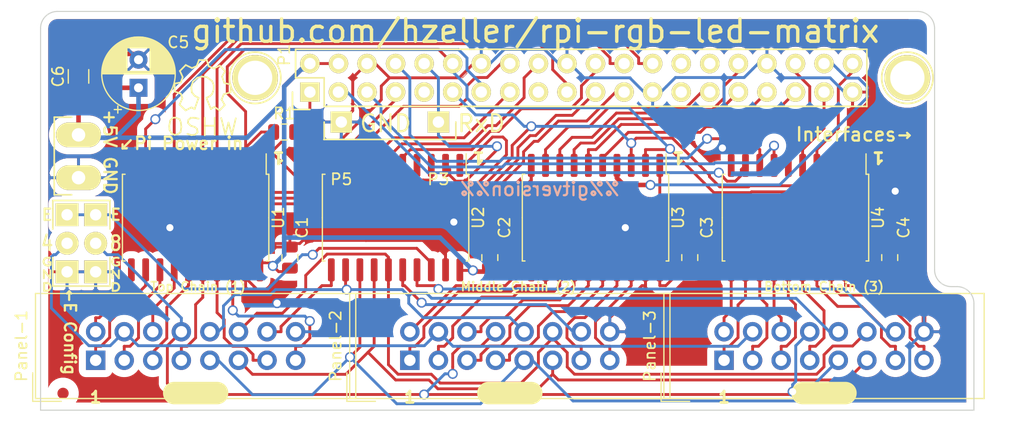
<source format=kicad_pcb>
(kicad_pcb (version 20221018) (generator pcbnew)
  (layers (0 "F.Cu" signal) (31 "B.Cu" signal) (34 "B.Paste" user) (35 "F.Paste" user) (36 "B.SilkS" user "B.Silkscreen") (37 "F.SilkS" user "F.Silkscreen") (38 "B.Mask" user) (39 "F.Mask" user) (44 "Edge.Cuts" user))
  (net 0 "")
  (net 1 "VCC")
  (net 2 "GND")
  (net 3 "p2_g1")
  (net 4 "p2_b1")
  (net 5 "strobe")
  (net 6 "p2_r1")
  (net 7 "p2_r2")
  (net 8 "p0_r1")
  (net 9 "p0_g1")
  (net 10 "OE")
  (net 11 "p0_b1")
  (net 12 "p0_r2")
  (net 13 "p0_g2")
  (net 14 "row_D")
  (net 15 "row_C")
  (net 16 "p0_b2")
  (net 17 "clock")
  (net 18 "row_B")
  (net 19 "row_A")
  (net 20 "p1_g1")
  (net 21 "p1_b1")
  (net 22 "p1_r1")
  (net 23 "p1_g2")
  (net 24 "p1_r2")
  (net 25 "p2_g2")
  (net 26 "p1_b2")
  (net 27 "p2_b2")
  (net 28 "p0_r1_buff")
  (net 29 "p0_g1_buff")
  (net 30 "p0_b1_buff")
  (net 31 "p0_r2_buff")
  (net 32 "p0_g2_buff")
  (net 33 "p0_b2_buff")
  (net 34 "row_A_buff")
  (net 35 "row_B_buff")
  (net 36 "row_C_buff")
  (net 37 "row_D_buff")
  (net 38 "clock_buff_0")
  (net 39 "strobe_buff_0")
  (net 40 "OE_buff_0")
  (net 41 "p1_r1_buff")
  (net 42 "p1_g1_buff")
  (net 43 "p1_b1_buff")
  (net 44 "p1_r2_buff")
  (net 45 "p1_g2_buf")
  (net 46 "p1_b2_buff")
  (net 47 "clock_buff_1")
  (net 48 "strobe_buff_1")
  (net 49 "OE_buff_1")
  (net 50 "p2_r1_buff")
  (net 51 "p2_g1_buff")
  (net 52 "p2_b1_buff")
  (net 53 "p2_r2_buff")
  (net 54 "p2_g2_buf")
  (net 55 "p2_b2_buff")
  (net 56 "clock_buff_2")
  (net 57 "strobe_buff_2")
  (net 58 "OE_buff_2")
  (net 59 "Net-(P1-Pad1)")
  (net 60 "row_E")
  (net 61 "Net-(P6-Pad1)")
  (net 62 "Sel-Pin4")
  (net 63 "Sel-Pin8")
  (net 64 "Net-(P1-Pad9)")
  (net 65 "Net-(P1-Pad17)")
  (net 66 "Net-(P1-Pad27)")
  (net 67 "Net-(P1-Pad28)")
  (net 68 "Net-(P1-Pad30)")
  (footprint "Capacitor_SMD:C_0805_2012Metric" (layer "F.Cu") (at 106.172 57.912 90)
    (fp_text reference "C1")
    (fp_text value "100n")
  )
  (footprint "Capacitor_SMD:C_0805_2012Metric" (layer "F.Cu") (at 123.952 57.912 90)
    (fp_text reference "C2")
    (fp_text value "100n")
  )
  (footprint "Capacitor_SMD:C_0805_2012Metric" (layer "F.Cu") (at 141.732 57.912 90)
    (fp_text reference "C3")
    (fp_text value "100n")
  )
  (footprint "Pin_Headers:Pin_Header_Straight_2x20" (layer "F.Cu") (at 107.95 43.18 90)
    (fp_text reference "P1")
    (fp_text value "CONN_02X20" hide)
  )
  (footprint "Connector_IDC:IDC-Header_2x08_P2.54mm_Vertical" (layer "F.Cu") (at 88.9 67.056 90)
    (fp_text reference "Panel-1")
    (fp_text value "CONN_02X08")
  )
  (footprint "Connector_IDC:IDC-Header_2x08_P2.54mm_Vertical" (layer "F.Cu") (at 116.84 67.056 90)
    (fp_text reference "Panel-2")
    (fp_text value "CONN_02X08")
  )
  (footprint "Connector_IDC:IDC-Header_2x08_P2.54mm_Vertical" (layer "F.Cu") (at 144.78 67.056 90)
    (fp_text reference "Panel-3")
    (fp_text value "CONN_02X08")
  )
  (footprint "Connect:1pin" (layer "F.Cu") (at 103.08 41.91)
    (fp_text reference "P20" hide)
    (fp_text value "CONN_01X01" hide)
  )
  (footprint "Connect:1pin" (layer "F.Cu") (at 161.08 41.91)
    (fp_text reference "P21" hide)
    (fp_text value "CONN_01X01" hide)
  )
  (footprint "Resistor_SMD:R_0805_2012Metric" (layer "F.Cu") (at 105.664 46.736)
    (fp_text reference "R1")
    (fp_text value "10k")
  )
  (footprint "Pin_Headers:Pin_Header_Straight_1x01" (layer "F.Cu") (at 110.744 45.847 180)
    (fp_text reference "P5")
    (fp_text value "GND")
  )
  (footprint "Capacitor_THT:CP_Radial_D6.3mm_P2.50mm" (layer "F.Cu") (at 92.71 42.799 90)
    (fp_text reference "C5")
    (fp_text value "22u")
  )
  (footprint "Pin_Headers:Pin_Header_Straight_1x01" (layer "F.Cu") (at 119.38 45.847 180)
    (fp_text reference "P3")
    (fp_text value "RxD")
  )
  (footprint "Capacitor_SMD:C_1206_3216Metric" (layer "F.Cu") (at 87.376 41.783 90)
    (fp_text reference "C6")
    (fp_text value "22u")
  )
  (footprint "Fiducials:Fiducial_1mm_Dia_2.54mm_Outer_CopperTop" (layer "F.Cu") (at 86 70)
    (fp_text reference "REF**" hide)
    (fp_text value "BottomLeft")
  )
  (footprint "Pin_Headers:Pin_Header_Straight_1x01" (layer "F.Cu") (at 87.376 46.99 90)
    (fp_text reference "P2" hide)
    (fp_text value "+5V")
  )
  (footprint "Pin_Headers:Pin_Header_Straight_1x01" (layer "F.Cu") (at 87.376 50.8 90)
    (fp_text reference "P4" hide)
    (fp_text value "GND")
  )
  (footprint "Pin_Headers:Pin_Header_Straight_1x02" (layer "F.Cu") (at 86.36 54.102 90)
    (fp_text reference "P6" hide)
    (fp_text value "CONN_01X02" hide)
  )
  (footprint "Pin_Headers:Pin_Header_Straight_1x02" (layer "F.Cu") (at 86.36 56.642 90)
    (fp_text reference "P7" hide)
    (fp_text value "CONN_02X01" hide)
  )
  (footprint "Pin_Headers:Pin_Header_Straight_1x02" (layer "F.Cu") (at 86.36 59.182 90)
    (fp_text reference "P8" hide)
    (fp_text value "CONN_01X02" hide)
  )
  (footprint "Package_SO:SOIC-20W_7.5x12.8mm_P1.27mm" (layer "F.Cu") (at 97.79 54.356 -90)
    (fp_text reference "U1")
    (fp_text value "74HCT245")
  )
  (footprint "Package_SO:SOIC-20W_7.5x12.8mm_P1.27mm" (layer "F.Cu") (at 115.57 54.356 -90)
    (fp_text reference "U2")
    (fp_text value "74HCT245")
  )
  (footprint "Package_SO:SOIC-20W_7.5x12.8mm_P1.27mm" (layer "F.Cu") (at 133.35 54.356 -90)
    (fp_text reference "U3")
    (fp_text value "74HCT245")
  )
  (footprint "Package_SO:SOIC-20W_7.5x12.8mm_P1.27mm" (layer "F.Cu") (at 151.13 54.356 -90)
    (fp_text reference "U4")
    (fp_text value "74HCT245")
  )
  (footprint "Fiducials:Fiducial_1mm_Dia_2.54mm_Outer_CopperTop" (layer "F.Cu") (at 161.7 38)
    (fp_text reference "REF**" hide)
    (fp_text value "TopRight")
  )
  (footprint "Symbols:Symbol_OSHW-Logo_SilkScreen" (layer "F.Cu") (at 98.4 42.8)
    (fp_text reference "REF**" hide)
    (fp_text value "Symbol_OSHW-Logo_SilkScreen" hide)
  )
  (footprint "Capacitor_SMD:C_0805_2012Metric" (layer "F.Cu") (at 159.512 57.912 90)
    (fp_text reference "C4")
    (fp_text value "100n")
  )
  (gr_line (start 151.765 69.977) (end 155.575 69.977) (stroke (width 2)) (layer "F.SilkS"))
  (gr_line (start 95.885 69.977) (end 99.695 69.977) (stroke (width 2)) (layer "F.SilkS"))
  (gr_line (start 123.825 69.977) (end 127.635 69.977) (stroke (width 2)) (layer "F.SilkS"))
  (gr_line (start 84 71.5) (end 84 37.5) (stroke (width 0.1)) (layer "Edge.Cuts"))
  (gr_line (start 167 71.5) (end 84 71.5) (stroke (width 0.1)) (layer "Edge.Cuts"))
  (gr_line (start 167 62) (end 167 71.5) (stroke (width 0.1)) (layer "Edge.Cuts"))
  (gr_line (start 165 60.5) (end 165.5 60.5) (stroke (width 0.1)) (layer "Edge.Cuts"))
  (gr_line (start 85.5 36) (end 162 36) (stroke (width 0.1)) (layer "Edge.Cuts"))
  (gr_arc (start 165.5 60.5) (mid 166.56066 60.93934) (end 167 62) (stroke (width 0.1)) (layer "Edge.Cuts"))
  (gr_arc (start 84 37.5) (mid 84.43934 36.43934) (end 85.5 36) (stroke (width 0.1)) (layer "Edge.Cuts"))
  (gr_arc (start 162 36) (mid 163.06066 36.43934) (end 163.5 37.5) (stroke (width 0.1)) (layer "Edge.Cuts"))
  (gr_arc (start 165 60.5) (mid 163.93934 60.06066) (end 163.5 59) (stroke (width 0.1)) (layer "Edge.Cuts"))
  (gr_line (start 163.5 37.5) (end 163.5 59) (stroke (width 0.1)) (layer "Edge.Cuts"))
  (gr_text "%%gitversion%%" (at 135.636 51.816) (layer "B.SilkS") (effects (font (size 1.2 1.2) (thickness 0.2)) (justify left mirror)))
  (gr_text "8" (at 90.678 56.642) (layer "F.SilkS") (effects (font (size 1.3 1.1) (thickness 0.2))))
  (gr_text "↙Pi Power in" (at 96.5 47.75) (layer "F.SilkS") (effects (font (size 1.1 1.1) (thickness 0.2))))
  (gr_text "←E Config" (at 86.614 64.516 270) (layer "F.SilkS") (effects (font (size 1 1) (thickness 0.2))))
  (gr_text "E" (at 84.582 54.102) (layer "F.SilkS") (effects (font (size 1 1) (thickness 0.2))))
  (gr_text "G\nN\nD" (at 84.582 59.436) (layer "F.SilkS") (effects (font (size 0.7 1) (thickness 0.175))))
  (gr_text "E" (at 90.678 54.102) (layer "F.SilkS") (effects (font (size 1 1) (thickness 0.2))))
  (gr_text "G\nN\nD" (at 90.678 59.436) (layer "F.SilkS") (effects (font (size 0.7 1) (thickness 0.175))))
  (gr_text "1" (at 144.78 70.358) (layer "F.SilkS") (effects (font (size 1 1) (thickness 0.25))))
  (gr_text "1" (at 158.496 49.022 180) (layer "F.SilkS") (effects (font (size 1 1) (thickness 0.25))))
  (gr_text "1" (at 116.84 70.358) (layer "F.SilkS") (effects (font (size 1 1) (thickness 0.25))))
  (gr_text "Top Chain (1)" (at 98 60.5) (layer "F.SilkS") (effects (font (size 0.8 0.8))))
  (gr_text "Bottom Chain (3)\n" (at 153.67 60.5) (layer "F.SilkS") (effects (font (size 0.8 0.8))))
  (gr_text "Interfaces→" (at 161.7 46.95) (layer "F.SilkS") (effects (font (size 1.2 1.2) (thickness 0.2)) (justify right)))
  (gr_text "4\n" (at 84.582 56.642) (layer "F.SilkS") (effects (font (size 1.3 1.1) (thickness 0.2))))
  (gr_text "Middle Chain (2)" (at 126.492 60.5) (layer "F.SilkS") (effects (font (size 0.8 0.8))))
  (gr_text "github.com/hzeller/rpi-rgb-led-matrix" (at 128 37.75) (layer "F.SilkS") (effects (font (size 2 2) (thickness 0.3))))
  (gr_text "1" (at 140.716 49.022 180) (layer "F.SilkS") (effects (font (size 1 1) (thickness 0.25))))
  (gr_text "1" (at 88.9 70.358) (layer "F.SilkS") (effects (font (size 1 1) (thickness 0.25))))
  (gr_text "+5V GND" (at 90.17 48.514 270) (layer "F.SilkS") (effects (font (size 1.1 1.1) (thickness 0.2))))
  (gr_text "1" (at 122.936 49.022 180) (layer "F.SilkS") (effects (font (size 1 1) (thickness 0.25))))
  (gr_text "1" (at 105.156 49.022 180) (layer "F.SilkS") (effects (font (size 1 1) (thickness 0.25))))
  (segment (start 88.36 42.799) (end 87.376 43.783) (width 0.4064) (layer "F.Cu") (net 1))
  (segment (start 122.554 59.162) (end 124.48 59.162) (width 0.4064) (layer "F.Cu") (net 1))
  (segment (start 129.54 54.102) (end 124.48 59.162) (width 0.4064) (layer "F.Cu") (net 1))
  (segment (start 129.54 54.102) (end 139.192 54.102) (width 0.4064) (layer "F.Cu") (net 1))
  (segment (start 156.845 54.229) (end 156.718 54.102) (width 0.254) (layer "F.Cu") (net 1))
  (segment (start 156.845 53.975) (end 156.718 54.102) (width 0.254) (layer "F.Cu") (net 1))
  (segment (start 143.022 59.162) (end 143.256 58.928) (width 0.254) (layer "F.Cu") (net 1))
  (segment (start 143.256 58.928) (end 143.256 54.102) (width 0.254) (layer "F.Cu") (net 1))
  (segment (start 143.256 54.102) (end 156.718 54.102) (width 0.4064) (layer "F.Cu") (net 1))
  (segment (start 139.065 54.102) (end 139.192 54.102) (width 0.254) (layer "F.Cu") (net 1))
  (segment (start 139.192 54.102) (end 143.256 54.102) (width 0.4064) (layer "F.Cu") (net 1))
  (segment (start 156.845 57.6997) (end 156.845 54.229) (width 0.254) (layer "F.Cu") (net 1))
  (segment (start 142.7383 59.162) (end 143.022 59.162) (width 0.254) (layer "F.Cu") (net 1))
  (segment (start 139.065 59.056) (end 139.065 60.4123) (width 0.254) (layer "F.Cu") (net 1))
  (segment (start 92.71 42.799) (end 88.36 42.799) (width 0.4064) (layer "F.Cu") (net 1))
  (segment (start 104.3815 58.3778) (end 104.6595 58.6558) (width 0.254) (layer "F.Cu") (net 1))
  (segment (start 139.065 51.0123) (end 139.065 54.102) (width 0.254) (layer "F.Cu") (net 1))
  (segment (start 141.732 59.162) (end 142.7383 59.162) (width 0.254) (layer "F.Cu") (net 1))
  (segment (start 157.7215 58.3778) (end 158.5057 59.162) (width 0.254) (layer "F.Cu") (net 1))
  (segment (start 123.952 59.162) (end 122.9457 59.162) (width 0.254) (layer "F.Cu") (net 1))
  (segment (start 105.664 47.382046) (end 104.5845 48.461546) (width 0.254) (layer "F.Cu") (net 1))
  (segment (start 159.512 59.162) (end 158.5057 59.162) (width 0.254) (layer "F.Cu") (net 1))
  (segment (start 121.285 49.656) (end 121.715258 49.656) (width 0.254) (layer "F.Cu") (net 1))
  (segment (start 125.110241 47.180499) (end 125.429959 47.500217) (width 0.254) (layer "F.Cu") (net 1))
  (segment (start 139.065 49.656) (end 139.065 51.0123) (width 0.254) (layer "F.Cu") (net 1))
  (segment (start 156.845 49.656) (end 156.845 51.0123) (width 0.254) (layer "F.Cu") (net 1))
  (segment (start 139.6012 60.4123) (end 140.7257 59.2878) (width 0.254) (layer "F.Cu") (net 1))
  (segment (start 106.172 59.162) (end 105.1657 59.162) (width 0.254) (layer "F.Cu") (net 1))
  (segment (start 141.732 59.162) (end 140.7257 59.162) (width 0.254) (layer "F.Cu") (net 1))
  (segment (start 104.5845 48.5765) (end 103.505 49.656) (width 0.4064) (layer "F.Cu") (net 1))
  (segment (start 104.6595 58.6558) (end 105.1657 59.162) (width 0.254) (layer "F.Cu") (net 1))
  (segment (start 156.845 59.056) (end 156.845 58.3778) (width 0.254) (layer "F.Cu") (net 1))
  (segment (start 107.5698 51.5618) (end 104.5845 48.5765) (width 0.254) (layer "F.Cu") (net 1))
  (segment (start 122.575721 51.620021) (end 111.814621 51.620021) (width 0.254) (layer "F.Cu") (net 1))
  (segment (start 122.8397 59.056) (end 122.9457 59.162) (width 0.254) (layer "F.Cu") (net 1))
  (segment (start 107.696 40.64) (end 105.664 42.672) (width 0.4064) (layer "F.Cu") (net 1))
  (segment (start 111.814621 51.620021) (end 111.7564 51.5618) (width 0.254) (layer "F.Cu") (net 1))
  (segment (start 122.448 59.056) (end 122.8397 59.056) (width 0.254) (layer "F.Cu") (net 1))
  (segment (start 122.448 59.056) (end 122.554 59.162) (width 0.4064) (layer "F.Cu") (net 1))
  (segment (start 156.845 51.0123) (end 156.845 53.975) (width 0.254) (layer "F.Cu") (net 1))
  (segment (start 111.7564 51.5618) (end 107.5698 51.5618) (width 0.254) (layer "F.Cu") (net 1))
  (segment (start 87.376 43.783) (end 87.376 47.244) (width 0.4064) (layer "F.Cu") (net 1))
  (segment (start 105.664 42.672) (end 105.664 47.382046) (width 0.254) (layer "F.Cu") (net 1))
  (segment (start 103.505 58.3778) (end 104.3815 58.3778) (width 0.254) (layer "F.Cu") (net 1))
  (segment (start 140.7257 59.2878) (end 140.7257 59.162) (width 0.254) (layer "F.Cu") (net 1))
  (segment (start 107.95 40.64) (end 110.49 40.64) (width 0.254) (layer "F.Cu") (net 1))
  (segment (start 107.95 40.64) (end 107.696 40.64) (width 0.4064) (layer "F.Cu") (net 1))
  (segment (start 104.5845 48.461546) (end 104.5845 48.5765) (width 0.254) (layer "F.Cu") (net 1))
  (segment (start 103.505 59.056) (end 103.505 58.3778) (width 0.254) (layer "F.Cu") (net 1))
  (segment (start 124.190759 47.180499) (end 125.110241 47.180499) (width 0.254) (layer "F.Cu") (net 1))
  (segment (start 125.429959 47.500217) (end 125.429959 48.765783) (width 0.254) (layer "F.Cu") (net 1))
  (segment (start 156.845 58.3778) (end 156.845 57.6997) (width 0.254) (layer "F.Cu") (net 1))
  (segment (start 139.065 60.4123) (end 139.6012 60.4123) (width 0.254) (layer "F.Cu") (net 1))
  (segment (start 121.715258 49.656) (end 124.190759 47.180499) (width 0.254) (layer "F.Cu") (net 1))
  (segment (start 121.285 59.056) (end 122.448 59.056) (width 0.254) (layer "F.Cu") (net 1))
  (segment (start 156.845 58.3778) (end 157.7215 58.3778) (width 0.254) (layer "F.Cu") (net 1))
  (segment (start 125.429959 48.765783) (end 122.575721 51.620021) (width 0.254) (layer "F.Cu") (net 1))
  (via (at 104.6595 58.6558) (size 0.889) (drill 0.635) (layers "F.Cu" "B.Cu") (net 1))
  (via (at 122.448 59.056) (size 0.889) (drill 0.635) (layers "F.Cu" "B.Cu") (net 1))
  (segment (start 92.71 45.212) (end 90.678 47.244) (width 0.4064) (layer "B.Cu") (net 1))
  (segment (start 90.678 47.244) (end 90.805 47.117) (width 0.4064) (layer "B.Cu") (net 1))
  (segment (start 90.805 47.117) (end 90.805 47.244) (width 0.4064) (layer "B.Cu") (net 1))
  (segment (start 90.805 47.244) (end 102.362 47.244) (width 0.4064) (layer "B.Cu") (net 1))
  (segment (start 105.664 57.6513) (end 105.664 56.134) (width 0.4064) (layer "B.Cu") (net 1))
  (segment (start 105.664 42.672) (end 107.188 41.148) (width 0.4064) (layer "B.Cu") (net 1))
  (segment (start 107.188 41.148) (end 107.442 41.148) (width 0.4064) (layer "B.Cu") (net 1))
  (segment (start 107.442 41.148) (end 107.95 40.64) (width 0.4064) (layer "B.Cu") (net 1))
  (segment (start 119.526 56.134) (end 105.664 56.134) (width 0.4064) (layer "B.Cu") (net 1))
  (segment (start 105.664 56.134) (end 105.664 47.244) (width 0.4064) (layer "B.Cu") (net 1))
  (segment (start 105.664 47.244) (end 105.664 43.942) (width 0.4064) (layer "B.Cu") (net 1))
  (segment (start 102.362 47.244) (end 105.664 43.942) (width 0.4064) (layer "B.Cu") (net 1))
  (segment (start 105.664 43.942) (end 105.664 42.672) (width 0.4064) (layer "B.Cu") (net 1))
  (segment (start 87.376 47.244) (end 89.662 47.244) (width 0.4064) (layer "B.Cu") (net 1))
  (segment (start 122.448 59.056) (end 119.526 56.134) (width 0.4064) (layer "B.Cu") (net 1))
  (segment (start 89.662 47.244) (end 90.805 47.244) (width 0.4064) (layer "B.Cu") (net 1))
  (segment (start 104.6595 58.6558) (end 105.664 57.6513) (width 0.4064) (layer "B.Cu") (net 1))
  (segment (start 92.71 42.799) (end 92.71 45.212) (width 0.4064) (layer "B.Cu") (net 1))
  (segment (start 92.075 54.5) (end 92.075 51.0123) (width 0.254) (layer "F.Cu") (net 2))
  (segment (start 94.75 54.5) (end 95.5 55.25) (width 0.4064) (layer "F.Cu") (net 2))
  (segment (start 159.512 52) (end 159.512 56.662) (width 0.254) (layer "F.Cu") (net 2))
  (segment (start 113.7591 40.64) (end 113.03 40.64) (width 0.254) (layer "F.Cu") (net 2))
  (segment (start 122.4997 40.64) (end 121.9451 41.1946) (width 0.254) (layer "F.Cu") (net 2))
  (segment (start 92.194 39.783) (end 92.71 40.299) (width 0.4064) (layer "F.Cu") (net 2))
  (segment (start 111.76 41.91) (end 111.76 44.831) (width 0.254) (layer "F.Cu") (net 2))
  (segment (start 111.76 44.831) (end 110.744 45.847) (width 0.254) (layer "F.Cu") (net 2))
  (segment (start 121.2297 41.91) (end 115.0291 41.91) (width 0.254) (layer "F.Cu") (net 2))
  (segment (start 137.795 59.056) (end 137.795 60.4123) (width 0.254) (layer "F.Cu") (net 2))
  (segment (start 124.9583 53.689) (end 124.9583 56.662) (width 0.254) (layer "F.Cu") (net 2))
  (segment (start 134.62 63.2711) (end 137.4788 60.4123) (width 0.254) (layer "F.Cu") (net 2))
  (segment (start 156.21 44.4249) (end 159.512 47.7269) (width 0.254) (layer "F.Cu") (net 2))
  (segment (start 160.66921 58.13171) (end 160.66921 59.91921) (width 0.4064) (layer "F.Cu") (net 2))
  (segment (start 118.703291 56.387991) (end 112.924863 56.387991) (width 0.254) (layer "F.Cu") (net 2))
  (segment (start 161.0877 60.4123) (end 161.125 60.375) (width 0.254) (layer "F.Cu") (net 2))
  (segment (start 155.575 60.4123) (end 161.0877 60.4123) (width 0.254) (layer "F.Cu") (net 2))
  (segment (start 127.635 49.656) (end 127.635 51.0123) (width 0.254) (layer "F.Cu") (net 2))
  (segment (start 137.412 56.662) (end 136 55.25) (width 0.4064) (layer "F.Cu") (net 2))
  (segment (start 144.7741 48.2997) (end 145.415 48.2997) (width 0.254) (layer "F.Cu") (net 2))
  (segment (start 137.412 58.623) (end 137.795 59.006) (width 0.4064) (layer "F.Cu") (net 2))
  (segment (start 113.7591 40.64) (end 114.2749 41.1558) (width 0.254) (layer "F.Cu") (net 2))
  (segment (start 121.9451 41.1946) (end 121.2297 41.91) (width 0.254) (layer "F.Cu") (net 2))
  (segment (start 87.376 39.783) (end 92.194 39.783) (width 0.4064) (layer "F.Cu") (net 2))
  (segment (start 114.3 43.8547) (end 114.3 42.6391) (width 0.254) (layer "F.Cu") (net 2))
  (segment (start 102.235 59.056) (end 102.235 59.731) (width 0.254) (layer "F.Cu") (net 2))
  (segment (start 107.051 56.662) (end 106.172 56.662) (width 0.254) (layer "F.Cu") (net 2))
  (segment (start 92.075 57.1913) (end 92.075 54.5) (width 0.254) (layer "F.Cu") (net 2))
  (segment (start 92.075 57.1913) (end 101.7266 57.1913) (width 0.254) (layer "F.Cu") (net 2))
  (segment (start 112.924863 56.387991) (end 112.920851 56.383979) (width 0.254) (layer "F.Cu") (net 2))
  (segment (start 160.66921 59.91921) (end 161.125 60.375) (width 0.4064) (layer "F.Cu") (net 2))
  (segment (start 102.235 59.731) (end 104.48 61.976) (width 0.254) (layer "F.Cu") (net 2))
  (segment (start 144.6344 48.16) (end 144.7741 48.2997) (width 0.254) (layer "F.Cu") (net 2))
  (segment (start 113.03 40.64) (end 111.76 41.91) (width 0.254) (layer "F.Cu") (net 2))
  (segment (start 137.795 58.5049) (end 137.795 59.056) (width 0.254) (layer "F.Cu") (net 2))
  (segment (start 122.55 56.55) (end 120.75 54.75) (width 0.4064) (layer "F.Cu") (net 2))
  (segment (start 104.48 61.976) (end 105.029 61.976) (width 0.254) (layer "F.Cu") (net 2))
  (segment (start 106.172 56.662) (end 103.2727 56.662) (width 0.254) (layer "F.Cu") (net 2))
  (segment (start 155.575 59.056) (end 155.575 60.4123) (width 0.254) (layer "F.Cu") (net 2))
  (segment (start 120.015 59.056) (end 120.015 57.6997) (width 0.254) (layer "F.Cu") (net 2))
  (segment (start 112.920851 56.383979) (end 107.329021 56.383979) (width 0.254) (layer "F.Cu") (net 2))
  (segment (start 159.512 47.7269) (end 159.512 52) (width 0.254) (layer "F.Cu") (net 2))
  (segment (start 122.9206 56.662) (end 122.90375 56.67885) (width 0.4064) (layer "F.Cu") (net 2))
  (segment (start 122.387991 56.387991) (end 122.55 56.55) (width 0.4064) (layer "F.Cu") (net 2))
  (segment (start 101.7266 57.1913) (end 102.235 57.6997) (width 0.254) (layer "F.Cu") (net 2))
  (segment (start 159.512 52) (end 160 52) (width 0.254) (layer "F.Cu") (net 2))
  (segment (start 103.2727 56.662) (end 102.235 57.6997) (width 0.254) (layer "F.Cu") (net 2))
  (segment (start 114.2749 41.1558) (end 115.0291 41.91) (width 0.254) (layer "F.Cu") (net 2))
  (segment (start 145.415 49.656) (end 145.415 48.2997) (width 0.254) (layer "F.Cu") (net 2))
  (segment (start 137.4788 60.4123) (end 137.795 60.4123) (width 0.254) (layer "F.Cu") (net 2))
  (segment (start 123.952 56.662) (end 122.9206 56.662) (width 0.4064) (layer "F.Cu") (net 2))
  (segment (start 122.90375 56.67885) (end 122.67885 56.67885) (width 0.4064) (layer "F.Cu") (net 2))
  (segment (start 123.952 56.662) (end 124.9583 56.662) (width 0.254) (layer "F.Cu") (net 2))
  (segment (start 134.62 64.516) (end 134.62 63.2711) (width 0.254) (layer "F.Cu") (net 2))
  (segment (start 127.635 51.0123) (end 124.9583 53.689) (width 0.254) (layer "F.Cu") (net 2))
  (segment (start 162.56 61.81) (end 162.56 64.516) (width 0.4064) (layer "F.Cu") (net 2))
  (segment (start 137.412 56.662) (end 137.412 58.623) (width 0.4064) (layer "F.Cu") (net 2))
  (segment (start 123.19 40.64) (end 122.4997 40.64) (width 0.254) (layer "F.Cu") (net 2))
  (segment (start 107.329021 56.383979) (end 107.051 56.662) (width 0.254) (layer "F.Cu") (net 2))
  (segment (start 92.075 54.5) (end 94.75 54.5) (width 0.4064) (layer "F.Cu") (net 2))
  (segment (start 141.732 56.662) (end 137.412 56.662) (width 0.4064) (layer "F.Cu") (net 2))
  (segment (start 114.3 42.6391) (end 115.0291 41.91) (width 0.254) (layer "F.Cu") (net 2))
  (segment (start 109.855 48.2997) (end 114.3 43.8547) (width 0.254) (layer "F.Cu") (net 2))
  (segment (start 92.075 49.656) (end 92.075 51.0123) (width 0.254) (layer "F.Cu") (net 2))
  (segment (start 161.125 60.375) (end 162.56 61.81) (width 0.4064) (layer "F.Cu") (net 2))
  (segment (start 118.703291 56.387991) (end 122.387991 56.387991) (width 0.4064) (layer "F.Cu") (net 2))
  (segment (start 159.512 56.9745) (end 160.66921 58.13171) (width 0.4064) (layer "F.Cu") (net 2))
  (segment (start 120.015 57.6997) (end 118.703291 56.387991) (width 0.254) (layer "F.Cu") (net 2))
  (segment (start 102.235 59.056) (end 102.235 57.6997) (width 0.254) (layer "F.Cu") (net 2))
  (segment (start 156.21 43.18) (end 156.21 44.4249) (width 0.254) (layer "F.Cu") (net 2))
  (segment (start 109.855 49.656) (end 109.855 48.2997) (width 0.254) (layer "F.Cu") (net 2))
  (segment (start 122.67885 56.67885) (end 122.55 56.55) (width 0.4064) (layer "F.Cu") (net 2))
  (via (at 144.6344 48.16) (size 0.889) (drill 0.635) (layers "F.Cu" "B.Cu") (net 2))
  (via (at 120.75 54.75) (size 0.889) (drill 0.635) (layers "F.Cu" "B.Cu") (net 2))
  (via (at 95.5 55.25) (size 0.889) (drill 0.635) (layers "F.Cu" "B.Cu") (net 2))
  (via (at 136 55.25) (size 0.889) (drill 0.635) (layers "F.Cu" "B.Cu") (net 2))
  (via (at 160 52) (size 0.889) (drill 0.635) (layers "F.Cu" "B.Cu") (net 2))
  (via (at 105.029 61.976) (size 0.889) (drill 0.635) (layers "F.Cu" "B.Cu") (net 2))
  (segment (start 123.9681 40.64) (end 123.19 40.64) (width 0.254) (layer "B.Cu") (net 2))
  (segment (start 136.398 41.91) (end 136.4309 41.91) (width 0.254) (layer "B.Cu") (net 2))
  (segment (start 137.668 43.18) (end 138.43 43.18) (width 0.254) (layer "B.Cu") (net 2))
  (segment (start 139.1591 43.18) (end 138.43 43.18) (width 0.254) (layer "B.Cu") (net 2))
  (segment (start 154.95645 42.65555) (end 154.9651 42.6642) (width 0.254) (layer "B.Cu") (net 2))
  (segment (start 155.4809 43.18) (end 156.21 43.18) (width 0.254) (layer "B.Cu") (net 2))
  (segment (start 129.55645 40.11555) (end 129.5651 40.1242) (width 0.254) (layer "B.Cu") (net 2))
  (segment (start 130.0809 40.64) (end 130.81 40.64) (width 0.254) (layer "B.Cu") (net 2))
  (segment (start 147.812 40.64) (end 148.59 40.64) (width 0.254) (layer "B.Cu") (net 2))
  (segment (start 146.5671 41.8849) (end 144.78 41.8849) (width 0.254) (layer "B.Cu") (net 2))
  (segment (start 123.9681 40.64) (end 124.4349 40.1732) (width 0.254) (layer "B.Cu") (net 2))
  (segment (start 140.4542 41.8849) (end 139.6749 42.6642) (width 0.254) (layer "B.Cu") (net 2))
  (segment (start 107.95 61.976) (end 109.347 63.373) (width 0.254) (layer "B.Cu") (net 2))
  (segment (start 154.95645 42.65555) (end 155.4809 43.18) (width 0.254) (layer "B.Cu") (net 2))
  (segment (start 149.987 41.91) (end 154.2109 41.91) (width 0.254) (layer "B.Cu") (net 2))
  (segment (start 106.68 64.516) (end 108.966 64.516) (width 0.254) (layer "B.Cu") (net 2))
  (segment (start 130.937 40.513) (end 131.064 40.386) (width 0.254) (layer "B.Cu") (net 2))
  (segment (start 125.2331 39.375) (end 128.8159 39.375) (width 0.254) (layer "B.Cu") (net 2))
  (segment (start 148.59 40.64) (end 148.6535 40.5765) (width 0.254) (layer "B.Cu") (net 2))
  (segment (start 140.4542 41.8849) (end 144.78 41.8849) (width 0.254) (layer "B.Cu") (net 2))
  (segment (start 129.55645 40.11555) (end 130.0809 40.64) (width 0.254) (layer "B.Cu") (net 2))
  (segment (start 108.966 64.516) (end 109.347 64.135) (width 0.254) (layer "B.Cu") (net 2))
  (segment (start 147.812 40.64) (end 147.3451 41.1069) (width 0.254) (layer "B.Cu") (net 2))
  (segment (start 130.81 40.64) (end 130.937 40.513) (width 0.254) (layer "B.Cu") (net 2))
  (segment (start 109.347 64.135) (end 109.347 63.373) (width 0.254) (layer "B.Cu") (net 2))
  (segment (start 128.8159 39.375) (end 129.55645 40.11555) (width 0.254) (layer "B.Cu") (net 2))
  (segment (start 154.2109 41.91) (end 154.95645 42.65555) (width 0.254) (layer "B.Cu") (net 2))
  (segment (start 105.029 61.976) (end 105.657617 61.976) (width 0.254) (layer "B.Cu") (net 2))
  (segment (start 162.56 64.516) (end 161.315 65.761) (width 0.254) (layer "B.Cu") (net 2))
  (segment (start 148.6535 40.5765) (end 149.987 41.91) (width 0.254) (layer "B.Cu") (net 2))
  (segment (start 105.657617 61.976) (end 107.95 61.976) (width 0.254) (layer "B.Cu") (net 2))
  (segment (start 161.29 65.786) (end 161.29 69.596) (width 0.254) (layer "B.Cu") (net 2))
  (segment (start 124.4349 40.1732) (end 125.2331 39.375) (width 0.254) (layer "B.Cu") (net 2))
  (segment (start 161.315 65.761) (end 161.29 65.786) (width 0.254) (layer "B.Cu") (net 2))
  (segment (start 139.1591 43.18) (end 139.6749 42.6642) (width 0.254) (layer "B.Cu") (net 2))
  (segment (start 136.398 41.91) (end 137.668 43.18) (width 0.254) (layer "B.Cu") (net 2))
  (segment (start 132.334 41.91) (end 136.398 41.91) (width 0.254) (layer "B.Cu") (net 2))
  (segment (start 130.937 40.513) (end 132.334 41.91) (width 0.254) (layer "B.Cu") (net 2))
  (segment (start 147.3451 41.1069) (end 146.5671 41.8849) (width 0.254) (layer "B.Cu") (net 2))
  (segment (start 144.78 48.0144) (end 144.6344 48.16) (width 0.254) (layer "B.Cu") (net 2))
  (segment (start 144.78 41.8849) (end 144.78 48.0144) (width 0.254) (layer "B.Cu") (net 2))
  (segment (start 148.6535 40.5765) (end 148.717 40.513) (width 0.254) (layer "B.Cu") (net 2))
  (segment (start 144.31 50.3507) (end 144.31 50.3996) (width 0.254) (layer "F.Cu") (net 3))
  (segment (start 146.31429 50.582674) (end 145.784954 51.11201) (width 0.254) (layer "F.Cu") (net 3))
  (segment (start 144.754499 50.821463) (end 144.754499 50.795199) (width 0.254) (layer "F.Cu") (net 3))
  (segment (start 146.31429 50.07671) (end 146.31429 50.582674) (width 0.254) (layer "F.Cu") (net 3))
  (segment (start 145.045046 51.11201) (end 144.754499 50.821463) (width 0.254) (layer "F.Cu") (net 3))
  (segment (start 145.784954 51.11201) (end 145.045046 51.11201) (width 0.254) (layer "F.Cu") (net 3))
  (segment (start 146.685 49.706) (end 146.31429 50.07671) (width 0.254) (layer "F.Cu") (net 3))
  (segment (start 144.754499 50.795199) (end 144.31 50.3507) (width 0.254) (layer "F.Cu") (net 3))
  (via (at 144.31 50.3507) (size 0.889) (drill 0.635) (layers "F.Cu" "B.Cu") (net 3))
  (segment (start 111.2681 43.18) (end 110.49 43.18) (width 0.254) (layer "B.Cu") (net 3))
  (segment (start 143.681383 50.3507) (end 144.31 50.3507) (width 0.254) (layer "B.Cu") (net 3))
  (segment (start 118.443621 50.355521) (end 125.150089 50.355521) (width 0.254) (layer "B.Cu") (net 3))
  (segment (start 125.15491 50.3507) (end 143.681383 50.3507) (width 0.254) (layer "B.Cu") (net 3))
  (segment (start 125.150089 50.355521) (end 125.15491 50.3507) (width 0.254) (layer "B.Cu") (net 3))
  (segment (start 111.76805 43.67995) (end 118.443621 50.355521) (width 0.254) (layer "B.Cu") (net 3))
  (segment (start 111.76805 43.67995) (end 111.2681 43.18) (width 0.254) (layer "B.Cu") (net 3))
  (segment (start 111.7349 43.6468) (end 111.76805 43.67995) (width 0.254) (layer "B.Cu") (net 3))
  (segment (start 149.225 49.656) (end 149.225 47.951) (width 0.254) (layer "F.Cu") (net 4))
  (via (at 149.225 47.951) (size 0.889) (drill 0.635) (layers "F.Cu" "B.Cu") (net 4))
  (segment (start 147.6999 49.4761) (end 143.968 49.4761) (width 0.254) (layer "B.Cu") (net 4))
  (segment (start 114.2749 44.4249) (end 113.893599 44.043599) (width 0.254) (layer "B.Cu") (net 4))
  (segment (start 143.8768 49.5673) (end 125.346876 49.5673) (width 0.254) (layer "B.Cu") (net 4))
  (segment (start 143.968 49.4761) (end 143.8768 49.5673) (width 0.254) (layer "B.Cu") (net 4))
  (segment (start 149.225 47.951) (end 147.6999 49.4761) (width 0.254) (layer "B.Cu") (net 4))
  (segment (start 118.745011 49.847511) (end 114.2749 45.3774) (width 0.254) (layer "B.Cu") (net 4))
  (segment (start 113.893599 44.043599) (end 113.03 43.18) (width 0.254) (layer "B.Cu") (net 4))
  (segment (start 114.2749 45.3774) (end 114.2749 44.4249) (width 0.254) (layer "B.Cu") (net 4))
  (segment (start 125.346876 49.5673) (end 125.066665 49.847511) (width 0.254) (layer "B.Cu") (net 4))
  (segment (start 125.066665 49.847511) (end 118.745011 49.847511) (width 0.254) (layer "B.Cu") (net 4))
  (segment (start 115.57 43.8547) (end 115.57 43.18) (width 0.254) (layer "F.Cu") (net 5))
  (segment (start 111.125 48.2997) (end 111.125 51.0123) (width 0.254) (layer "F.Cu") (net 5))
  (segment (start 112.025046 51.11201) (end 117.93799 51.11201) (width 0.254) (layer "F.Cu") (net 5))
  (segment (start 117.475 49.656) (end 117.475 51.0123) (width 0.254) (layer "F.Cu") (net 5))
  (segment (start 118.745 49.656) (end 118.745 51.0123) (width 0.254) (layer "F.Cu") (net 5))
  (segment (start 117.93799 51.11201) (end 118.0377 51.0123) (width 0.254) (layer "F.Cu") (net 5))
  (segment (start 118.0377 51.0123) (end 118.745 51.0123) (width 0.254) (layer "F.Cu") (net 5))
  (segment (start 111.125 51.0123) (end 111.925336 51.0123) (width 0.254) (layer "F.Cu") (net 5))
  (segment (start 114.95485 44.46985) (end 115.57 43.8547) (width 0.254) (layer "F.Cu") (net 5))
  (segment (start 111.925336 51.0123) (end 112.025046 51.11201) (width 0.254) (layer "F.Cu") (net 5))
  (segment (start 114.95485 44.46985) (end 111.125 48.2997) (width 0.254) (layer "F.Cu") (net 5))
  (segment (start 117.475 51.0123) (end 118.0377 51.0123) (width 0.254) (layer "F.Cu") (net 5))
  (segment (start 114.9998 44.4249) (end 114.95485 44.46985) (width 0.254) (layer "F.Cu") (net 5))
  (segment (start 147.955 48.2997) (end 146.9874 47.3321) (width 0.254) (layer "F.Cu") (net 6))
  (segment (start 146.9874 47.3321) (end 143.2704 47.3321) (width 0.254) (layer "F.Cu") (net 6))
  (segment (start 147.955 49.656) (end 147.955 48.2997) (width 0.254) (layer "F.Cu") (net 6))
  (via (at 143.2704 47.3321) (size 0.889) (drill 0.635) (layers "F.Cu" "B.Cu") (net 6))
  (segment (start 125.136842 49.0589) (end 141.5436 49.0589) (width 0.254) (layer "B.Cu") (net 6))
  (segment (start 124.856241 49.339501) (end 125.136842 49.0589) (width 0.254) (layer "B.Cu") (net 6))
  (segment (start 116.84 46.99) (end 119.189501 49.339501) (width 0.254) (layer "B.Cu") (net 6))
  (segment (start 115.57 40.64) (end 116.84 41.91) (width 0.254) (layer "B.Cu") (net 6))
  (segment (start 142.825901 47.776599) (end 143.2704 47.3321) (width 0.254) (layer "B.Cu") (net 6))
  (segment (start 119.189501 49.339501) (end 124.856241 49.339501) (width 0.254) (layer "B.Cu") (net 6))
  (segment (start 116.84 41.91) (end 116.84 46.99) (width 0.254) (layer "B.Cu") (net 6))
  (segment (start 141.5436 49.0589) (end 142.825901 47.776599) (width 0.254) (layer "B.Cu") (net 6))
  (segment (start 153.67 43.18) (end 153.67 44.4249) (width 0.254) (layer "F.Cu") (net 7))
  (segment (start 151.765 48.2997) (end 153.67 46.3947) (width 0.254) (layer "F.Cu") (net 7))
  (segment (start 153.67 46.3947) (end 153.67 44.4249) (width 0.254) (layer "F.Cu") (net 7))
  (segment (start 151.765 49.656) (end 151.765 48.2997) (width 0.254) (layer "F.Cu") (net 7))
  (segment (start 134.6239 43.6919) (end 134.6451 43.6707) (width 0.254) (layer "F.Cu") (net 8))
  (segment (start 135.1358 43.18) (end 135.89 43.18) (width 0.254) (layer "F.Cu") (net 8))
  (segment (start 123.169008 53.182042) (end 126.953992 49.397058) (width 0.254) (layer "F.Cu") (net 8))
  (segment (start 126.953992 49.397058) (end 126.953992 48.495008) (width 0.254) (layer "F.Cu") (net 8))
  (segment (start 94.615 49.656) (end 94.615 50.331) (width 0.254) (layer "F.Cu") (net 8))
  (segment (start 126.953992 48.495008) (end 127.887488 47.561512) (width 0.254) (layer "F.Cu") (net 8))
  (segment (start 111.221334 53.182042) (end 123.169008 53.182042) (width 0.254) (layer "F.Cu") (net 8))
  (segment (start 134.6239 43.6919) (end 135.1358 43.18) (width 0.254) (layer "F.Cu") (net 8))
  (segment (start 94.615 50.331) (end 97.4132 53.1292) (width 0.254) (layer "F.Cu") (net 8))
  (segment (start 130.045078 45.7581) (end 132.5577 45.7581) (width 0.254) (layer "F.Cu") (net 8))
  (segment (start 132.5577 45.7581) (end 134.6239 43.6919) (width 0.254) (layer "F.Cu") (net 8))
  (segment (start 128.241667 47.561511) (end 130.045078 45.7581) (width 0.254) (layer "F.Cu") (net 8))
  (segment (start 127.887488 47.561512) (end 128.241667 47.561511) (width 0.254) (layer "F.Cu") (net 8))
  (segment (start 97.4132 53.1292) (end 111.168492 53.1292) (width 0.254) (layer "F.Cu") (net 8))
  (segment (start 111.168492 53.1292) (end 111.221334 53.182042) (width 0.254) (layer "F.Cu") (net 8))
  (segment (start 93.345 46.4573) (end 93.345 49.656) (width 0.254) (layer "F.Cu") (net 9))
  (segment (start 93.345 46.4573) (end 94.208 45.5943) (width 0.254) (layer "F.Cu") (net 9))
  (via (at 94.208 45.5943) (size 0.889) (drill 0.635) (layers "F.Cu" "B.Cu") (net 9))
  (segment (start 123.19 42.4509) (end 123.19 43.18) (width 0.254) (layer "B.Cu") (net 9))
  (segment (start 121.9198 40.1453) (end 121.9198 41.1807) (width 0.254) (layer "B.Cu") (net 9))
  (segment (start 100.4073 39.395) (end 121.1695 39.395) (width 0.254) (layer "B.Cu") (net 9))
  (segment (start 121.9198 41.1807) (end 122.6742 41.9351) (width 0.254) (layer "B.Cu") (net 9))
  (segment (start 94.208 45.5943) (end 100.4073 39.395) (width 0.254) (layer "B.Cu") (net 9))
  (segment (start 121.1695 39.395) (end 121.9198 40.1453) (width 0.254) (layer "B.Cu") (net 9))
  (segment (start 123.19 42.4509) (end 122.6742 41.9351) (width 0.254) (layer "B.Cu") (net 9))
  (segment (start 103.632 46.736) (end 102.235 48.133) (width 0.254) (layer "F.Cu") (net 10))
  (segment (start 102.235 48.133) (end 102.235 49.656) (width 0.254) (layer "F.Cu") (net 10))
  (segment (start 120.15005 40.14005) (end 120.65 40.64) (width 0.254) (layer "F.Cu") (net 10))
  (segment (start 119.3856 39.3756) (end 120.65 40.64) (width 0.254) (layer "F.Cu") (net 10))
  (segment (start 143.869431 52.128031) (end 147.158841 52.128031) (width 0.254) (layer "F.Cu") (net 10))
  (segment (start 139.9067 48.2997) (end 139.9739 48.2325) (width 0.254) (layer "F.Cu") (net 10))
  (segment (start 137.795 48.2997) (end 139.9067 48.2997) (width 0.254) (layer "F.Cu") (net 10))
  (segment (start 104.314 46.736) (end 103.632 46.736) (width 0.254) (layer "F.Cu") (net 10))
  (segment (start 118.6075 39.3756) (end 102.1438 39.3756) (width 0.254) (layer "F.Cu") (net 10))
  (segment (start 147.226172 52.0607) (end 154.5266 52.0607) (width 0.254) (layer "F.Cu") (net 10))
  (segment (start 137.795 49.656) (end 137.795 48.2997) (width 0.254) (layer "F.Cu") (net 10))
  (segment (start 147.158841 52.128031) (end 147.226172 52.0607) (width 0.254) (layer "F.Cu") (net 10))
  (segment (start 102.235 49.656) (end 102.235 44.912) (width 0.254) (layer "F.Cu") (net 10))
  (segment (start 155.575 51.0123) (end 155.575 49.656) (width 0.254) (layer "F.Cu") (net 10))
  (segment (start 100.603 43.28) (end 102.235 44.912) (width 0.254) (layer "F.Cu") (net 10))
  (segment (start 154.5266 52.0607) (end 155.575 51.0123) (width 0.254) (layer "F.Cu") (net 10))
  (segment (start 118.6075 39.3756) (end 119.3856 39.3756) (width 0.254) (layer "F.Cu") (net 10))
  (segment (start 102.1438 39.3756) (end 100.603 40.9164) (width 0.254) (layer "F.Cu") (net 10))
  (segment (start 139.9739 48.2325) (end 143.869431 52.128031) (width 0.254) (layer "F.Cu") (net 10))
  (segment (start 100.603 40.9164) (end 100.603 43.28) (width 0.254) (layer "F.Cu") (net 10))
  (via (at 139.9739 48.2325) (size 0.889) (drill 0.635) (layers "F.Cu" "B.Cu") (net 10))
  (segment (start 121.23795 41.95705) (end 121.92 42.6391) (width 0.254) (layer "B.Cu") (net 10))
  (segment (start 120.65 41.3691) (end 120.65 40.64) (width 0.254) (layer "B.Cu") (net 10))
  (segment (start 121.23795 41.95705) (end 120.65 41.3691) (width 0.254) (layer "B.Cu") (net 10))
  (segment (start 136.3189 44.5775) (end 139.9739 48.2325) (width 0.254) (layer "B.Cu") (net 10))
  (segment (start 121.1658 41.8849) (end 121.23795 41.95705) (width 0.254) (layer "B.Cu") (net 10))
  (segment (start 122.7889 44.5775) (end 136.3189 44.5775) (width 0.254) (layer "B.Cu") (net 10))
  (segment (start 121.92 42.6391) (end 121.92 43.7086) (width 0.254) (layer "B.Cu") (net 10))
  (segment (start 121.92 43.7086) (end 122.7889 44.5775) (width 0.254) (layer "B.Cu") (net 10))
  (segment (start 134.9112 37.8503) (end 101.4178 37.8503) (width 0.254) (layer "F.Cu") (net 11))
  (segment (start 95.885 43.3831) (end 95.885 49.656) (width 0.254) (layer "F.Cu") (net 11))
  (segment (start 137.1851 40.64) (end 137.1851 40.1242) (width 0.254) (layer "F.Cu") (net 11))
  (segment (start 137.1851 40.1242) (end 134.9112 37.8503) (width 0.254) (layer "F.Cu") (net 11))
  (segment (start 101.4178 37.8503) (end 95.885 43.3831) (width 0.254) (layer "F.Cu") (net 11))
  (segment (start 138.43 40.64) (end 137.1851 40.64) (width 0.254) (layer "F.Cu") (net 11))
  (segment (start 134.6451 40.64) (end 134.6451 40.1242) (width 0.254) (layer "F.Cu") (net 12))
  (segment (start 101.6403 38.3588) (end 98.425 41.5741) (width 0.254) (layer "F.Cu") (net 12))
  (segment (start 134.6451 40.1242) (end 132.8797 38.3588) (width 0.254) (layer "F.Cu") (net 12))
  (segment (start 132.8797 38.3588) (end 101.6403 38.3588) (width 0.254) (layer "F.Cu") (net 12))
  (segment (start 98.425 41.5741) (end 98.425 48.2997) (width 0.254) (layer "F.Cu") (net 12))
  (segment (start 135.89 40.64) (end 134.6451 40.64) (width 0.254) (layer "F.Cu") (net 12))
  (segment (start 98.425 49.656) (end 98.425 48.2997) (width 0.254) (layer "F.Cu") (net 12))
  (segment (start 126.445981 48.135455) (end 127.527935 47.053501) (width 0.254) (layer "F.Cu") (net 13))
  (segment (start 99.4448 52.6208) (end 111.378528 52.6208) (width 0.254) (layer "F.Cu") (net 13))
  (segment (start 111.393769 52.636041) (end 122.996573 52.636041) (width 0.254) (layer "F.Cu") (net 13))
  (segment (start 122.996573 52.636041) (end 126.445981 49.186633) (width 0.254) (layer "F.Cu") (net 13))
  (segment (start 129.835042 45.2497) (end 131.2803 45.2497) (width 0.254) (layer "F.Cu") (net 13))
  (segment (start 97.155 49.656) (end 97.155 50.331) (width 0.254) (layer "F.Cu") (net 13))
  (segment (start 132.486401 44.043599) (end 133.35 43.18) (width 0.254) (layer "F.Cu") (net 13))
  (segment (start 127.527935 47.053501) (end 128.031241 47.053501) (width 0.254) (layer "F.Cu") (net 13))
  (segment (start 126.445981 49.186633) (end 126.445981 48.135455) (width 0.254) (layer "F.Cu") (net 13))
  (segment (start 131.2803 45.2497) (end 132.486401 44.043599) (width 0.254) (layer "F.Cu") (net 13))
  (segment (start 128.031241 47.053501) (end 129.835042 45.2497) (width 0.254) (layer "F.Cu") (net 13))
  (segment (start 111.378528 52.6208) (end 111.393769 52.636041) (width 0.254) (layer "F.Cu") (net 13))
  (segment (start 97.155 50.331) (end 99.4448 52.6208) (width 0.254) (layer "F.Cu") (net 13))
  (segment (start 133.35 41.3691) (end 133.35 40.64) (width 0.254) (layer "F.Cu") (net 14))
  (segment (start 122.353124 48.2997) (end 116.8863 48.2997) (width 0.254) (layer "F.Cu") (net 14))
  (segment (start 126.7587 44.6611) (end 124.747311 46.672489) (width 0.254) (layer "F.Cu") (net 14))
  (segment (start 123.980335 46.672489) (end 122.353124 48.2997) (width 0.254) (layer "F.Cu") (net 14))
  (segment (start 132.0978 43.7031) (end 131.1398 44.6611) (width 0.254) (layer "F.Cu") (net 14))
  (segment (start 116.8863 48.2997) (end 116.205 48.981) (width 0.254) (layer "F.Cu") (net 14))
  (segment (start 116.205 48.981) (end 116.205 49.656) (width 0.254) (layer "F.Cu") (net 14))
  (segment (start 132.8342 41.8849) (end 132.82555 41.89355) (width 0.254) (layer "F.Cu") (net 14))
  (segment (start 132.0978 42.6213) (end 132.0978 43.7031) (width 0.254) (layer "F.Cu") (net 14))
  (segment (start 131.1398 44.6611) (end 126.7587 44.6611) (width 0.254) (layer "F.Cu") (net 14))
  (segment (start 132.82555 41.89355) (end 133.35 41.3691) (width 0.254) (layer "F.Cu") (net 14))
  (segment (start 132.82555 41.89355) (end 132.0978 42.6213) (width 0.254) (layer "F.Cu") (net 14))
  (segment (start 124.747311 46.672489) (end 123.980335 46.672489) (width 0.254) (layer "F.Cu") (net 14))
  (segment (start 128.27 40.64) (end 127 41.91) (width 0.254) (layer "F.Cu") (net 15))
  (segment (start 124.506021 46.164479) (end 123.76991 46.16448) (width 0.254) (layer "F.Cu") (net 15))
  (segment (start 122.14299 47.7914) (end 116.1246 47.7914) (width 0.254) (layer "F.Cu") (net 15))
  (segment (start 114.935 48.981) (end 114.935 49.656) (width 0.254) (layer "F.Cu") (net 15))
  (segment (start 127 43.6705) (end 124.506021 46.164479) (width 0.254) (layer "F.Cu") (net 15))
  (segment (start 123.76991 46.16448) (end 122.14299 47.7914) (width 0.254) (layer "F.Cu") (net 15))
  (segment (start 127 41.91) (end 127 43.6705) (width 0.254) (layer "F.Cu") (net 15))
  (segment (start 116.1246 47.7914) (end 114.935 48.981) (width 0.254) (layer "F.Cu") (net 15))
  (segment (start 130.28555 41.92645) (end 129.54 41.1809) (width 0.254) (layer "F.Cu") (net 16))
  (segment (start 130.81 42.4509) (end 130.81 43.18) (width 0.254) (layer "F.Cu") (net 16))
  (segment (start 130.81 42.4509) (end 130.81 43.18) (width 0.254) (layer "F.Cu") (net 16))
  (segment (start 128.3036 38.8672) (end 101.8509 38.8672) (width 0.254) (layer "F.Cu") (net 16))
  (segment (start 130.81 42.4509) (end 130.2942 41.9351) (width 0.254) (layer "F.Cu") (net 16))
  (segment (start 130.2942 41.9351) (end 130.28555 41.92645) (width 0.254) (layer "F.Cu") (net 16))
  (segment (start 129.54 41.1809) (end 129.54 40.1036) (width 0.254) (layer "F.Cu") (net 16))
  (segment (start 99.695 41.0231) (end 99.695 49.656) (width 0.254) (layer "F.Cu") (net 16))
  (segment (start 101.8509 38.8672) (end 99.695 41.0231) (width 0.254) (layer "F.Cu") (net 16))
  (segment (start 129.54 40.1036) (end 128.3036 38.8672) (width 0.254) (layer "F.Cu") (net 16))
  (segment (start 127.190501 46.672499) (end 127.635 46.228) (width 0.254) (layer "F.Cu") (net 17))
  (segment (start 100.965 50.331) (end 102.7453 52.1113) (width 0.254) (layer "F.Cu") (net 17))
  (segment (start 146.948415 51.620021) (end 147.047836 51.5206) (width 0.254) (layer "F.Cu") (net 17))
  (segment (start 100.965 49.656) (end 100.965 50.331) (width 0.254) (layer "F.Cu") (net 17))
  (segment (start 102.7453 52.1113) (end 111.587464 52.1113) (width 0.254) (layer "F.Cu") (net 17))
  (segment (start 125.93797 47.92503) (end 127.190501 46.672499) (width 0.254) (layer "F.Cu") (net 17))
  (segment (start 153.7967 51.5206) (end 154.305 51.0123) (width 0.254) (layer "F.Cu") (net 17))
  (segment (start 125.93797 48.976208) (end 125.93797 47.92503) (width 0.254) (layer "F.Cu") (net 17))
  (segment (start 144.396921 51.620021) (end 146.948415 51.620021) (width 0.254) (layer "F.Cu") (net 17))
  (segment (start 136.525 48.2997) (end 136.525 47.7247) (width 0.254) (layer "F.Cu") (net 17))
  (segment (start 140.191801 47.280201) (end 143.4842 50.5726) (width 0.254) (layer "F.Cu") (net 17))
  (segment (start 143.4842 50.5726) (end 143.4842 50.7073) (width 0.254) (layer "F.Cu") (net 17))
  (segment (start 143.4842 50.7073) (end 144.396921 51.620021) (width 0.254) (layer "F.Cu") (net 17))
  (segment (start 136.525 49.656) (end 136.525 48.2997) (width 0.254) (layer "F.Cu") (net 17))
  (segment (start 111.587464 52.1113) (end 111.604195 52.128031) (width 0.254) (layer "F.Cu") (net 17))
  (segment (start 136.525 47.7247) (end 136.969499 47.280201) (width 0.254) (layer "F.Cu") (net 17))
  (segment (start 122.786147 52.128031) (end 125.93797 48.976208) (width 0.254) (layer "F.Cu") (net 17))
  (segment (start 136.969499 47.280201) (end 140.191801 47.280201) (width 0.254) (layer "F.Cu") (net 17))
  (segment (start 147.047836 51.5206) (end 153.7967 51.5206) (width 0.254) (layer "F.Cu") (net 17))
  (segment (start 154.305 51.0123) (end 154.305 49.656) (width 0.254) (layer "F.Cu") (net 17))
  (segment (start 111.604195 52.128031) (end 122.786147 52.128031) (width 0.254) (layer "F.Cu") (net 17))
  (via (at 127.635 46.228) (size 0.889) (drill 0.635) (layers "F.Cu" "B.Cu") (net 17))
  (via (at 136.525 47.7247) (size 0.889) (drill 0.635) (layers "F.Cu" "B.Cu") (net 17))
  (segment (start 121.285 43.815) (end 120.65 43.18) (width 0.254) (layer "B.Cu") (net 17))
  (segment (start 122.682 45.212) (end 120.65 43.18) (width 0.254) (layer "B.Cu") (net 17))
  (segment (start 135.0283 46.228) (end 136.525 47.7247) (width 0.254) (layer "B.Cu") (net 17))
  (segment (start 127.635 46.228) (end 127.006383 46.228) (width 0.254) (layer "B.Cu") (net 17))
  (segment (start 127.006383 46.228) (end 125.990383 45.212) (width 0.254) (layer "B.Cu") (net 17))
  (segment (start 125.990383 45.212) (end 122.682 45.212) (width 0.254) (layer "B.Cu") (net 17))
  (segment (start 127.635 46.228) (end 135.0283 46.228) (width 0.254) (layer "B.Cu") (net 17))
  (segment (start 124.452 41.14) (end 123.7071 41.8849) (width 0.254) (layer "F.Cu") (net 18))
  (segment (start 124.952 40.64) (end 125.73 40.64) (width 0.254) (layer "F.Cu") (net 18))
  (segment (start 124.452 41.14) (end 124.952 40.64) (width 0.254) (layer "F.Cu") (net 18))
  (segment (start 121.92 42.6286) (end 121.92 43.7513) (width 0.254) (layer "F.Cu") (net 18))
  (segment (start 112.395 49.656) (end 112.395 48.2997) (width 0.254) (layer "F.Cu") (net 18))
  (segment (start 122.6637 41.8849) (end 121.92 42.6286) (width 0.254) (layer "F.Cu") (net 18))
  (segment (start 123.7071 41.8849) (end 122.6637 41.8849) (width 0.254) (layer "F.Cu") (net 18))
  (segment (start 116.263334 44.45) (end 121.2213 44.45) (width 0.254) (layer "F.Cu") (net 18))
  (segment (start 114.641334 46.072) (end 116.263334 44.45) (width 0.254) (layer "F.Cu") (net 18))
  (segment (start 121.2213 44.45) (end 121.92 43.7513) (width 0.254) (layer "F.Cu") (net 18))
  (segment (start 124.4851 41.1069) (end 124.452 41.14) (width 0.254) (layer "F.Cu") (net 18))
  (segment (start 114.6227 46.072) (end 114.641334 46.072) (width 0.254) (layer "F.Cu") (net 18))
  (segment (start 114.6227 46.072) (end 112.395 48.2997) (width 0.254) (layer "F.Cu") (net 18))
  (segment (start 124.866401 44.043599) (end 125.73 43.18) (width 0.254) (layer "F.Cu") (net 19))
  (segment (start 113.665 49.656) (end 113.665 48.981) (width 0.254) (layer "F.Cu") (net 19))
  (segment (start 113.665 48.981) (end 115.402 47.244) (width 0.254) (layer "F.Cu") (net 19))
  (segment (start 121.666 47.244) (end 124.866401 44.043599) (width 0.254) (layer "F.Cu") (net 19))
  (segment (start 115.402 47.244) (end 121.666 47.244) (width 0.254) (layer "F.Cu") (net 19))
  (segment (start 142.7809 43.18) (end 143.51 43.18) (width 0.254) (layer "F.Cu") (net 20))
  (segment (start 134.5212 44.5387) (end 141.4222 44.5387) (width 0.254) (layer "F.Cu") (net 20))
  (segment (start 132.7934 46.2665) (end 134.5212 44.5387) (width 0.254) (layer "F.Cu") (net 20))
  (segment (start 128.905 48.2997) (end 130.9382 46.2665) (width 0.254) (layer "F.Cu") (net 20))
  (segment (start 130.9382 46.2665) (end 132.7934 46.2665) (width 0.254) (layer "F.Cu") (net 20))
  (segment (start 142.7809 43.18) (end 141.4222 44.5387) (width 0.254) (layer "F.Cu") (net 20))
  (segment (start 128.905 48.2997) (end 128.905 49.656) (width 0.254) (layer "F.Cu") (net 20))
  (segment (start 143.9928 45.2372) (end 146.05 43.18) (width 0.254) (layer "F.Cu") (net 21))
  (segment (start 142.7505 45.2372) (end 143.9928 45.2372) (width 0.254) (layer "F.Cu") (net 21))
  (segment (start 132.0277 47.717) (end 133.2553 47.717) (width 0.254) (layer "F.Cu") (net 21))
  (segment (start 142.4323 45.5554) (end 142.7505 45.2372) (width 0.254) (layer "F.Cu") (net 21))
  (segment (start 135.4169 45.5554) (end 142.4323 45.5554) (width 0.254) (layer "F.Cu") (net 21))
  (segment (start 131.445 48.2997) (end 132.0277 47.717) (width 0.254) (layer "F.Cu") (net 21))
  (segment (start 133.2553 47.717) (end 135.4169 45.5554) (width 0.254) (layer "F.Cu") (net 21))
  (segment (start 131.445 49.656) (end 131.445 48.2997) (width 0.254) (layer "F.Cu") (net 21))
  (segment (start 146.05 41.3691) (end 146.05 40.64) (width 0.254) (layer "F.Cu") (net 22))
  (segment (start 130.175 48.2997) (end 130.175 49.656) (width 0.254) (layer "F.Cu") (net 22))
  (segment (start 133.0448 47.2087) (end 135.2064 45.0471) (width 0.254) (layer "F.Cu") (net 22))
  (segment (start 144.78 42.6391) (end 145.5342 41.8849) (width 0.254) (layer "F.Cu") (net 22))
  (segment (start 135.2064 45.0471) (end 142.2218 45.0471) (width 0.254) (layer "F.Cu") (net 22))
  (segment (start 144.78 43.709) (end 144.78 42.6391) (width 0.254) (layer "F.Cu") (net 22))
  (segment (start 131.266 47.2087) (end 133.0448 47.2087) (width 0.254) (layer "F.Cu") (net 22))
  (segment (start 130.175 48.2997) (end 131.266 47.2087) (width 0.254) (layer "F.Cu") (net 22))
  (segment (start 146.05 41.3691) (end 145.5342 41.8849) (width 0.254) (layer "F.Cu") (net 22))
  (segment (start 143.7601 44.7289) (end 144.78 43.709) (width 0.254) (layer "F.Cu") (net 22))
  (segment (start 142.54 44.7289) (end 143.7601 44.7289) (width 0.254) (layer "F.Cu") (net 22))
  (segment (start 142.2218 45.0471) (end 142.54 44.7289) (width 0.254) (layer "F.Cu") (net 22))
  (segment (start 146.0245 45.7455) (end 148.59 43.18) (width 0.254) (layer "F.Cu") (net 23))
  (segment (start 142.961 45.7455) (end 142.6428 46.0637) (width 0.254) (layer "F.Cu") (net 23))
  (segment (start 142.6428 46.0637) (end 135.6274 46.0637) (width 0.254) (layer "F.Cu") (net 23))
  (segment (start 133.3914 48.2997) (end 132.715 48.2997) (width 0.254) (layer "F.Cu") (net 23))
  (segment (start 145.2526 45.7455) (end 146.0245 45.7455) (width 0.254) (layer "F.Cu") (net 23))
  (segment (start 145.2526 45.7455) (end 142.961 45.7455) (width 0.254) (layer "F.Cu") (net 23))
  (segment (start 135.6274 46.0637) (end 133.3914 48.2997) (width 0.254) (layer "F.Cu") (net 23))
  (segment (start 132.715 49.656) (end 132.715 48.2997) (width 0.254) (layer "F.Cu") (net 23))
  (segment (start 147.32 46.2538) (end 143.1715 46.2538) (width 0.254) (layer "F.Cu") (net 24))
  (segment (start 148.0562 46.2538) (end 151.13 43.18) (width 0.254) (layer "F.Cu") (net 24))
  (segment (start 147.3271 46.2538) (end 147.32 46.2538) (width 0.254) (layer "F.Cu") (net 24))
  (segment (start 136.2634 46.7621) (end 133.985 49.0405) (width 0.254) (layer "F.Cu") (net 24))
  (segment (start 142.6632 46.7621) (end 136.2634 46.7621) (width 0.254) (layer "F.Cu") (net 24))
  (segment (start 147.32 46.2538) (end 148.0562 46.2538) (width 0.254) (layer "F.Cu") (net 24))
  (segment (start 133.985 49.0405) (end 133.985 49.656) (width 0.254) (layer "F.Cu") (net 24))
  (segment (start 143.1715 46.2538) (end 142.6632 46.7621) (width 0.254) (layer "F.Cu") (net 24))
  (segment (start 151.62995 41.91805) (end 152.4 42.6881) (width 0.254) (layer "F.Cu") (net 25))
  (segment (start 151.13 41.4181) (end 151.13 40.64) (width 0.254) (layer "F.Cu") (net 25))
  (segment (start 150.495 47.6499) (end 150.495 49.656) (width 0.254) (layer "F.Cu") (net 25))
  (segment (start 151.5968 41.8849) (end 151.62995 41.91805) (width 0.254) (layer "F.Cu") (net 25))
  (segment (start 151.62995 41.91805) (end 151.13 41.4181) (width 0.254) (layer "F.Cu") (net 25))
  (segment (start 152.4 42.6881) (end 152.4 45.7449) (width 0.254) (layer "F.Cu") (net 25))
  (segment (start 152.4 45.7449) (end 150.495 47.6499) (width 0.254) (layer "F.Cu") (net 25))
  (segment (start 135.874 51.45) (end 135.255 50.831) (width 0.4064) (layer "F.Cu") (net 26))
  (segment (start 138.2306 51.45) (end 135.874 51.45) (width 0.4064) (layer "F.Cu") (net 26))
  (segment (start 135.255 50.831) (end 135.255 49.706) (width 0.4064) (layer "F.Cu") (net 26))
  (via (at 138.2306 51.45) (size 0.889) (drill 0.635) (layers "F.Cu" "B.Cu") (net 26))
  (segment (start 154.3991 40.64) (end 154.9149 41.1558) (width 0.254) (layer "B.Cu") (net 26))
  (segment (start 149.7275 51.4418) (end 157.5074 43.6619) (width 0.254) (layer "B.Cu") (net 26))
  (segment (start 156.7361 41.935) (end 155.6941 41.935) (width 0.254) (layer "B.Cu") (net 26))
  (segment (start 155.6941 41.935) (end 154.9149 41.1558) (width 0.254) (layer "B.Cu") (net 26))
  (segment (start 153.67 40.64) (end 154.3991 40.64) (width 0.254) (layer "B.Cu") (net 26))
  (segment (start 157.5074 43.6619) (end 157.5074 42.7063) (width 0.254) (layer "B.Cu") (net 26))
  (segment (start 138.2306 51.3407) (end 138.3317 51.4418) (width 0.254) (layer "B.Cu") (net 26))
  (segment (start 157.5074 42.7063) (end 156.7361 41.935) (width 0.254) (layer "B.Cu") (net 26))
  (segment (start 138.3317 51.4418) (end 149.7275 51.4418) (width 0.254) (layer "B.Cu") (net 26))
  (segment (start 155.68555 41.89355) (end 154.9401 42.639) (width 0.254) (layer "F.Cu") (net 27))
  (segment (start 156.21 41.3691) (end 156.21 40.64) (width 0.254) (layer "F.Cu") (net 27))
  (segment (start 154.9401 42.639) (end 154.9401 46.3946) (width 0.254) (layer "F.Cu") (net 27))
  (segment (start 155.68555 41.89355) (end 156.21 41.3691) (width 0.254) (layer "F.Cu") (net 27))
  (segment (start 154.9401 46.3946) (end 153.035 48.2997) (width 0.254) (layer "F.Cu") (net 27))
  (segment (start 155.6942 41.8849) (end 155.68555 41.89355) (width 0.254) (layer "F.Cu") (net 27))
  (segment (start 153.035 49.656) (end 153.035 48.2997) (width 0.254) (layer "F.Cu") (net 27))
  (segment (start 90.1449 65.0331) (end 89.3669 65.8111) (width 0.254) (layer "F.Cu") (net 28))
  (segment (start 93.345 59.056) (end 93.345 60.4123) (width 0.254) (layer "F.Cu") (net 28))
  (segment (start 93.345 60.4123) (end 90.1449 63.6124) (width 0.254) (layer "F.Cu") (net 28))
  (segment (start 90.1449 63.6124) (end 90.1449 65.0331) (width 0.254) (layer "F.Cu") (net 28))
  (segment (start 88.9 67.056) (end 88.9 65.8111) (width 0.254) (layer "F.Cu") (net 28))
  (segment (start 89.3669 65.8111) (end 88.9 65.8111) (width 0.254) (layer "F.Cu") (net 28))
  (segment (start 88.9 64.516) (end 88.9 63.2711) (width 0.254) (layer "F.Cu") (net 29))
  (segment (start 89.2162 63.2711) (end 88.9 63.2711) (width 0.254) (layer "F.Cu") (net 29))
  (segment (start 92.075 60.4123) (end 89.2162 63.2711) (width 0.254) (layer "F.Cu") (net 29))
  (segment (start 92.075 59.056) (end 92.075 60.4123) (width 0.254) (layer "F.Cu") (net 29))
  (segment (start 92.71 62.3173) (end 92.71 65.0569) (width 0.254) (layer "F.Cu") (net 30))
  (segment (start 91.9558 65.8111) (end 91.44 65.8111) (width 0.254) (layer "F.Cu") (net 30))
  (segment (start 92.71 65.0569) (end 91.9558 65.8111) (width 0.254) (layer "F.Cu") (net 30))
  (segment (start 94.615 59.056) (end 94.615 60.4123) (width 0.254) (layer "F.Cu") (net 30))
  (segment (start 94.615 60.4123) (end 92.71 62.3173) (width 0.254) (layer "F.Cu") (net 30))
  (segment (start 91.44 67.056) (end 91.44 65.8111) (width 0.254) (layer "F.Cu") (net 30))
  (segment (start 93.98 66.337566) (end 95.224601 65.092965) (width 0.254) (layer "F.Cu") (net 31))
  (segment (start 95.224601 62.342699) (end 97.155 60.4123) (width 0.254) (layer "F.Cu") (net 31))
  (segment (start 93.98 67.056) (end 93.98 66.337566) (width 0.254) (layer "F.Cu") (net 31))
  (segment (start 97.155 60.4123) (end 97.155 60.285) (width 0.254) (layer "F.Cu") (net 31))
  (segment (start 95.224601 65.092965) (end 95.224601 62.342699) (width 0.254) (layer "F.Cu") (net 31))
  (segment (start 97.155 60.285) (end 97.155 59.056) (width 0.254) (layer "F.Cu") (net 31))
  (segment (start 93.98 62.5285) (end 93.98 64.516) (width 0.254) (layer "F.Cu") (net 32))
  (segment (start 95.885 59.056) (end 95.885 60.6235) (width 0.254) (layer "F.Cu") (net 32))
  (segment (start 95.885 60.6235) (end 93.98 62.5285) (width 0.254) (layer "F.Cu") (net 32))
  (segment (start 96.52 67.056) (end 96.52 65.8111) (width 0.254) (layer "F.Cu") (net 33))
  (segment (start 98.425 59.056) (end 98.425 61.461) (width 0.254) (layer "F.Cu") (net 33))
  (segment (start 97.79 62.096) (end 97.79 65.0569) (width 0.254) (layer "F.Cu") (net 33))
  (segment (start 98.425 61.461) (end 97.79 62.096) (width 0.254) (layer "F.Cu") (net 33))
  (segment (start 97.0358 65.8111) (end 96.52 65.8111) (width 0.254) (layer "F.Cu") (net 33))
  (segment (start 97.79 65.0569) (end 97.0358 65.8111) (width 0.254) (layer "F.Cu") (net 33))
  (segment (start 112.395 65.8994) (end 111.52 66.7744) (width 0.254) (layer "F.Cu") (net 34))
  (segment (start 112.395 59.056) (end 112.395 65.8994) (width 0.254) (layer "F.Cu") (net 34))
  (via (at 111.52 66.7744) (size 0.889) (drill 0.635) (layers "F.Cu" "B.Cu") (net 34))
  (segment (start 128.25355 67.58045) (end 128.2449 67.5718) (width 0.254) (layer "B.Cu") (net 34))
  (segment (start 127.7291 67.056) (end 127 67.056) (width 0.254) (layer "B.Cu") (net 34))
  (segment (start 100.37705 67.64395) (end 100.3049 67.5718) (width 0.254) (layer "B.Cu") (net 34))
  (segment (start 99.7891 67.056) (end 99.06 67.056) (width 0.254) (layer "B.Cu") (net 34))
  (segment (start 102.8508 70.1177) (end 100.37705 67.64395) (width 0.254) (layer "B.Cu") (net 34))
  (segment (start 111.52 66.7744) (end 108.1767 70.1177) (width 0.254) (layer "B.Cu") (net 34))
  (segment (start 151.320499 70.675501) (end 131.348601 70.675501) (width 0.254) (layer "B.Cu") (net 34))
  (segment (start 154.94 67.056) (end 151.320499 70.675501) (width 0.254) (layer "B.Cu") (net 34))
  (segment (start 100.37705 67.64395) (end 99.7891 67.056) (width 0.254) (layer "B.Cu") (net 34))
  (segment (start 131.348601 70.675501) (end 128.25355 67.58045) (width 0.254) (layer "B.Cu") (net 34))
  (segment (start 108.1767 70.1177) (end 102.8508 70.1177) (width 0.254) (layer "B.Cu") (net 34))
  (segment (start 123.126499 70.929501) (end 126.136401 67.919599) (width 0.254) (layer "B.Cu") (net 34))
  (segment (start 115.675101 70.929501) (end 123.126499 70.929501) (width 0.254) (layer "B.Cu") (net 34))
  (segment (start 126.136401 67.919599) (end 127 67.056) (width 0.254) (layer "B.Cu") (net 34))
  (segment (start 111.52 66.7744) (end 115.675101 70.929501) (width 0.254) (layer "B.Cu") (net 34))
  (segment (start 128.25355 67.58045) (end 127.7291 67.056) (width 0.254) (layer "B.Cu") (net 34))
  (segment (start 111.221 60.5083) (end 111.221 60.7678) (width 0.254) (layer "F.Cu") (net 35))
  (segment (start 111.125 59.056) (end 111.125 60.4123) (width 0.254) (layer "F.Cu") (net 35))
  (segment (start 111.125 60.4123) (end 111.221 60.5083) (width 0.254) (layer "F.Cu") (net 35))
  (via (at 111.221 60.7678) (size 0.889) (drill 0.635) (layers "F.Cu" "B.Cu") (net 35))
  (segment (start 154.1619 64.516) (end 154.94 64.516) (width 0.254) (layer "B.Cu") (net 35))
  (segment (start 100.31355 63.99155) (end 100.3049 64.0002) (width 0.254) (layer "B.Cu") (net 35))
  (segment (start 99.7891 64.516) (end 99.06 64.516) (width 0.254) (layer "B.Cu") (net 35))
  (segment (start 116.7401 61.9857) (end 118.0166 63.2622) (width 0.254) (layer "B.Cu") (net 35))
  (segment (start 101.267248 61.21401) (end 100.266499 62.214759) (width 0.254) (layer "B.Cu") (net 35))
  (segment (start 104.888458 60.7678) (end 104.442248 61.21401) (width 0.254) (layer "B.Cu") (net 35))
  (segment (start 100.31355 63.99155) (end 99.7891 64.516) (width 0.254) (layer "B.Cu") (net 35))
  (segment (start 116.9926 61.0842) (end 116.7401 61.3367) (width 0.254) (layer "B.Cu") (net 35))
  (segment (start 100.266499 62.214759) (end 100.266499 63.944499) (width 0.254) (layer "B.Cu") (net 35))
  (segment (start 116.1712 60.7678) (end 111.221 60.7678) (width 0.254) (layer "B.Cu") (net 35))
  (segment (start 154.1619 64.516) (end 153.6951 64.0492) (width 0.254) (layer "B.Cu") (net 35))
  (segment (start 116.7401 61.3367) (end 116.1712 60.7678) (width 0.254) (layer "B.Cu") (net 35))
  (segment (start 125.7462 63.2622) (end 127 64.516) (width 0.254) (layer "B.Cu") (net 35))
  (segment (start 116.7401 61.3367) (end 116.7401 61.9857) (width 0.254) (layer "B.Cu") (net 35))
  (segment (start 153.6951 64.0492) (end 151.1849 61.539) (width 0.254) (layer "B.Cu") (net 35))
  (segment (start 111.221 60.7678) (end 104.888458 60.7678) (width 0.254) (layer "B.Cu") (net 35))
  (segment (start 118.3256 61.0842) (end 116.9926 61.0842) (width 0.254) (layer "B.Cu") (net 35))
  (segment (start 118.7804 61.539) (end 118.3256 61.0842) (width 0.254) (layer "B.Cu") (net 35))
  (segment (start 151.1849 61.539) (end 118.7804 61.539) (width 0.254) (layer "B.Cu") (net 35))
  (segment (start 118.0166 63.2622) (end 125.7462 63.2622) (width 0.254) (layer "B.Cu") (net 35))
  (segment (start 104.442248 61.21401) (end 101.267248 61.21401) (width 0.254) (layer "B.Cu") (net 35))
  (segment (start 100.266499 63.944499) (end 100.31355 63.99155) (width 0.254) (layer "B.Cu") (net 35))
  (segment (start 119.32704 69.59599) (end 118.539661 68.808611) (width 0.254) (layer "F.Cu") (net 36))
  (segment (start 113.665 65.8001) (end 113.1145 66.3506) (width 0.254) (layer "F.Cu") (net 36))
  (segment (start 129.54 67.056) (end 129.54 68.3009) (width 0.254) (layer "F.Cu") (net 36))
  (segment (start 115.572511 68.808611) (end 113.1145 66.3506) (width 0.254) (layer "F.Cu") (net 36))
  (segment (start 111.157 68.3081) (end 102.8521 68.3081) (width 0.254) (layer "F.Cu") (net 36))
  (segment (start 130.047711 68.808611) (end 151.592167 68.808611) (width 0.254) (layer "F.Cu") (net 36))
  (segment (start 129.54 68.3009) (end 128.24491 69.59599) (width 0.254) (layer "F.Cu") (net 36))
  (segment (start 129.54 68.3009) (end 130.047711 68.808611) (width 0.254) (layer "F.Cu") (net 36))
  (segment (start 151.592756 68.8092) (end 155.7268 68.8092) (width 0.254) (layer "F.Cu") (net 36))
  (segment (start 155.7268 68.8092) (end 156.616401 67.919599) (width 0.254) (layer "F.Cu") (net 36))
  (segment (start 128.24491 69.59599) (end 119.32704 69.59599) (width 0.254) (layer "F.Cu") (net 36))
  (segment (start 113.1145 66.3506) (end 111.157 68.3081) (width 0.254) (layer "F.Cu") (net 36))
  (segment (start 151.592167 68.808611) (end 151.592756 68.8092) (width 0.254) (layer "F.Cu") (net 36))
  (segment (start 118.539661 68.808611) (end 115.572511 68.808611) (width 0.254) (layer "F.Cu") (net 36))
  (segment (start 102.8521 68.3081) (end 101.6 67.056) (width 0.254) (layer "F.Cu") (net 36))
  (segment (start 113.665 59.056) (end 113.665 65.8001) (width 0.254) (layer "F.Cu") (net 36))
  (segment (start 156.616401 67.919599) (end 157.48 67.056) (width 0.254) (layer "F.Cu") (net 36))
  (segment (start 156.616401 65.379599) (end 157.48 64.516) (width 0.254) (layer "F.Cu") (net 37))
  (segment (start 153.67 66.5638) (end 154.4478 65.786) (width 0.254) (layer "F.Cu") (net 37))
  (segment (start 130.835399 67.653409) (end 131.482591 68.300601) (width 0.254) (layer "F.Cu") (net 37))
  (segment (start 128.27 66.3555) (end 128.27 67.5493) (width 0.254) (layer "F.Cu") (net 37))
  (segment (start 114.935 57.881) (end 114.935 59.006) (width 0.254) (layer "F.Cu") (net 37))
  (segment (start 130.835399 66.380899) (end 130.835399 67.653409) (width 0.254) (layer "F.Cu") (net 37))
  (segment (start 128.27 67.5493) (end 126.73132 69.08798) (width 0.254) (layer "F.Cu") (net 37))
  (segment (start 107.5795 60.797543) (end 107.5795 59.5) (width 0.254) (layer "F.Cu") (net 37))
  (segment (start 119.537464 69.08798) (end 118.750085 68.300601) (width 0.254) (layer "F.Cu") (net 37))
  (segment (start 126.73132 69.08798) (end 119.537464 69.08798) (width 0.254) (layer "F.Cu") (net 37))
  (segment (start 101.6 64.516) (end 103.250969 62.865031) (width 0.254) (layer "F.Cu") (net 37))
  (segment (start 129.54 64.516) (end 129.54 65.0855) (width 0.254) (layer "F.Cu") (net 37))
  (segment (start 156.21 65.786) (end 156.616401 65.379599) (width 0.254) (layer "F.Cu") (net 37))
  (segment (start 115.787401 68.300601) (end 114.935 67.4482) (width 0.254) (layer "F.Cu") (net 37))
  (segment (start 114.935 59.056) (end 114.935 58.381) (width 0.254) (layer "F.Cu") (net 37))
  (segment (start 109.4795 57.6) (end 114.654 57.6) (width 0.254) (layer "F.Cu") (net 37))
  (segment (start 103.250969 62.865031) (end 105.512012 62.865031) (width 0.254) (layer "F.Cu") (net 37))
  (segment (start 114.935 60.285) (end 114.935 59.056) (width 0.254) (layer "F.Cu") (net 37))
  (segment (start 154.4478 65.786) (end 156.21 65.786) (width 0.254) (layer "F.Cu") (net 37))
  (segment (start 114.935 67.4482) (end 114.935 60.285) (width 0.254) (layer "F.Cu") (net 37))
  (segment (start 153.67 67.636) (end 153.67 66.5638) (width 0.254) (layer "F.Cu") (net 37))
  (segment (start 153.005399 68.300601) (end 153.67 67.636) (width 0.254) (layer "F.Cu") (net 37))
  (segment (start 129.54 65.0855) (end 130.835399 66.380899) (width 0.254) (layer "F.Cu") (net 37))
  (segment (start 105.512012 62.865031) (end 107.5795 60.797543) (width 0.254) (layer "F.Cu") (net 37))
  (segment (start 129.54 65.0855) (end 128.27 66.3555) (width 0.254) (layer "F.Cu") (net 37))
  (segment (start 107.5795 59.5) (end 109.4795 57.6) (width 0.254) (layer "F.Cu") (net 37))
  (segment (start 131.482591 68.300601) (end 153.005399 68.300601) (width 0.254) (layer "F.Cu") (net 37))
  (segment (start 114.654 57.6) (end 114.935 57.881) (width 0.254) (layer "F.Cu") (net 37))
  (segment (start 118.750085 68.300601) (end 115.787401 68.300601) (width 0.254) (layer "F.Cu") (net 37))
  (segment (start 99.695 62.8109) (end 100.33 63.4459) (width 0.254) (layer "F.Cu") (net 38))
  (segment (start 102.166 65.8111) (end 102.8951 66.5402) (width 0.254) (layer "F.Cu") (net 38))
  (segment (start 100.33 65.0582) (end 101.0829 65.8111) (width 0.254) (layer "F.Cu") (net 38))
  (segment (start 100.33 63.4459) (end 100.33 65.0582) (width 0.254) (layer "F.Cu") (net 38))
  (segment (start 102.8951 66.5402) (end 102.8951 67.056) (width 0.254) (layer "F.Cu") (net 38))
  (segment (start 99.695 59.056) (end 99.695 62.8109) (width 0.254) (layer "F.Cu") (net 38))
  (segment (start 104.14 67.056) (end 102.8951 67.056) (width 0.254) (layer "F.Cu") (net 38))
  (segment (start 101.0829 65.8111) (end 102.166 65.8111) (width 0.254) (layer "F.Cu") (net 38))
  (segment (start 109.0218 60.4123) (end 105.3849 64.0492) (width 0.254) (layer "F.Cu") (net 39))
  (segment (start 104.14 64.516) (end 105.3849 64.516) (width 0.254) (layer "F.Cu") (net 39))
  (segment (start 109.855 59.056) (end 109.855 60.4123) (width 0.254) (layer "F.Cu") (net 39))
  (segment (start 105.3849 64.0492) (end 105.3849 64.516) (width 0.254) (layer "F.Cu") (net 39))
  (segment (start 109.855 60.4123) (end 109.0218 60.4123) (width 0.254) (layer "F.Cu") (net 39))
  (segment (start 101.092 62.611) (end 101.092 59.183) (width 0.254) (layer "F.Cu") (net 40))
  (segment (start 101.092 59.183) (end 100.965 59.056) (width 0.254) (layer "F.Cu") (net 40))
  (segment (start 106.68 65.8111) (end 107.1955 65.8111) (width 0.254) (layer "F.Cu") (net 40))
  (segment (start 107.9405 65.0661) (end 107.9405 63.5644) (width 0.254) (layer "F.Cu") (net 40))
  (segment (start 106.68 67.056) (end 106.68 65.8111) (width 0.254) (layer "F.Cu") (net 40))
  (segment (start 100.965 59.056) (end 100.965 59.731) (width 0.254) (layer "F.Cu") (net 40))
  (segment (start 107.1955 65.8111) (end 107.9405 65.0661) (width 0.254) (layer "F.Cu") (net 40))
  (via (at 101.092 62.611) (size 0.889) (drill 0.635) (layers "F.Cu" "B.Cu") (net 40))
  (via (at 107.9405 63.5644) (size 0.889) (drill 0.635) (layers "F.Cu" "B.Cu") (net 40))
  (segment (start 107.9405 63.5644) (end 107.496001 63.119901) (width 0.254) (layer "B.Cu") (net 40))
  (segment (start 107.496001 63.119901) (end 101.600901 63.119901) (width 0.254) (layer "B.Cu") (net 40))
  (segment (start 101.536499 63.055499) (end 101.092 62.611) (width 0.254) (layer "B.Cu") (net 40))
  (segment (start 101.600901 63.119901) (end 101.536499 63.055499) (width 0.254) (layer "B.Cu") (net 40))
  (segment (start 126.3181 60.4123) (end 128.905 60.4123) (width 0.254) (layer "F.Cu") (net 41))
  (segment (start 125.8098 60.9206) (end 126.3181 60.4123) (width 0.254) (layer "F.Cu") (net 41))
  (segment (start 121.2087 60.9206) (end 125.8098 60.9206) (width 0.254) (layer "F.Cu") (net 41))
  (segment (start 117.3069 65.8111) (end 118.0849 65.0331) (width 0.254) (layer "F.Cu") (net 41))
  (segment (start 128.905 59.056) (end 128.905 60.4123) (width 0.254) (layer "F.Cu") (net 41))
  (segment (start 116.84 65.8111) (end 117.3069 65.8111) (width 0.254) (layer "F.Cu") (net 41))
  (segment (start 118.0849 65.0331) (end 118.0849 64.0444) (width 0.254) (layer "F.Cu") (net 41))
  (segment (start 116.84 67.056) (end 116.84 65.8111) (width 0.254) (layer "F.Cu") (net 41))
  (segment (start 118.0849 64.0444) (end 121.2087 60.9206) (width 0.254) (layer "F.Cu") (net 41))
  (segment (start 120.9437 60.4123) (end 125.3454 60.4123) (width 0.254) (layer "F.Cu") (net 42))
  (segment (start 116.84 64.516) (end 120.9437 60.4123) (width 0.254) (layer "F.Cu") (net 42))
  (segment (start 125.3454 60.4123) (end 126.7017 59.056) (width 0.254) (layer "F.Cu") (net 42))
  (segment (start 126.7017 59.056) (end 127.635 59.056) (width 0.254) (layer "F.Cu") (net 42))
  (segment (start 120.65 64.0128) (end 120.65 65.0569) (width 0.254) (layer "F.Cu") (net 43))
  (segment (start 126.0204 61.4289) (end 123.2339 61.4289) (width 0.254) (layer "F.Cu") (net 43))
  (segment (start 123.2339 61.4289) (end 120.65 64.0128) (width 0.254) (layer "F.Cu") (net 43))
  (segment (start 126.5287 60.9206) (end 126.0204 61.4289) (width 0.254) (layer "F.Cu") (net 43))
  (segment (start 119.8958 65.8111) (end 119.38 65.8111) (width 0.254) (layer "F.Cu") (net 43))
  (segment (start 130.175 59.056) (end 130.175 60.4123) (width 0.254) (layer "F.Cu") (net 43))
  (segment (start 120.65 65.0569) (end 119.8958 65.8111) (width 0.254) (layer "F.Cu") (net 43))
  (segment (start 130.175 60.4123) (end 129.6667 60.9206) (width 0.254) (layer "F.Cu") (net 43))
  (segment (start 129.6667 60.9206) (end 126.5287 60.9206) (width 0.254) (layer "F.Cu") (net 43))
  (segment (start 119.38 67.056) (end 119.38 65.8111) (width 0.254) (layer "F.Cu") (net 43))
  (segment (start 121.92 67.056) (end 123.1649 67.056) (width 0.254) (layer "F.Cu") (net 44))
  (segment (start 124.9522 65.786) (end 123.9191 65.786) (width 0.254) (layer "F.Cu") (net 44))
  (segment (start 132.715 60.4123) (end 130.9359 62.1914) (width 0.254) (layer "F.Cu") (net 44))
  (segment (start 123.9191 65.786) (end 123.1649 66.5402) (width 0.254) (layer "F.Cu") (net 44))
  (segment (start 125.73 65.0082) (end 124.9522 65.786) (width 0.254) (layer "F.Cu") (net 44))
  (segment (start 125.73 63.9833) (end 125.73 65.0082) (width 0.254) (layer "F.Cu") (net 44))
  (segment (start 123.1649 66.5402) (end 123.1649 67.056) (width 0.254) (layer "F.Cu") (net 44))
  (segment (start 127.5219 62.1914) (end 125.73 63.9833) (width 0.254) (layer "F.Cu") (net 44))
  (segment (start 132.715 59.056) (end 132.715 60.4123) (width 0.254) (layer "F.Cu") (net 44))
  (segment (start 130.9359 62.1914) (end 127.5219 62.1914) (width 0.254) (layer "F.Cu") (net 44))
  (segment (start 126.8982 61.6831) (end 125.3102 63.2711) (width 0.254) (layer "F.Cu") (net 45))
  (segment (start 130.1742 61.6831) (end 126.8982 61.6831) (width 0.254) (layer "F.Cu") (net 45))
  (segment (start 123.9429 63.2711) (end 123.1649 64.0491) (width 0.254) (layer "F.Cu") (net 45))
  (segment (start 125.3102 63.2711) (end 123.9429 63.2711) (width 0.254) (layer "F.Cu") (net 45))
  (segment (start 123.1649 64.0491) (end 123.1649 64.516) (width 0.254) (layer "F.Cu") (net 45))
  (segment (start 131.445 59.056) (end 131.445 60.4123) (width 0.254) (layer "F.Cu") (net 45))
  (segment (start 131.445 60.4123) (end 130.1742 61.6831) (width 0.254) (layer "F.Cu") (net 45))
  (segment (start 121.92 64.516) (end 123.1649 64.516) (width 0.254) (layer "F.Cu") (net 45))
  (segment (start 124.46 67.056) (end 125.7049 67.056) (width 0.254) (layer "F.Cu") (net 46))
  (segment (start 133.985 60.4123) (end 131.6725 62.7248) (width 0.254) (layer "F.Cu") (net 46))
  (segment (start 133.985 59.056) (end 133.985 60.4123) (width 0.254) (layer "F.Cu") (net 46))
  (segment (start 127.4922 65.786) (end 126.4591 65.786) (width 0.254) (layer "F.Cu") (net 46))
  (segment (start 131.6725 62.7248) (end 129.5613 62.7248) (width 0.254) (layer "F.Cu") (net 46))
  (segment (start 126.4591 65.786) (end 125.7049 66.5402) (width 0.254) (layer "F.Cu") (net 46))
  (segment (start 125.7049 66.5402) (end 125.7049 67.056) (width 0.254) (layer "F.Cu") (net 46))
  (segment (start 129.5613 62.7248) (end 128.27 64.0161) (width 0.254) (layer "F.Cu") (net 46))
  (segment (start 128.27 65.0082) (end 127.4922 65.786) (width 0.254) (layer "F.Cu") (net 46))
  (segment (start 128.27 64.0161) (end 128.27 65.0082) (width 0.254) (layer "F.Cu") (net 46))
  (segment (start 130.81 65.0569) (end 131.5642 65.8111) (width 0.254) (layer "F.Cu") (net 47))
  (segment (start 132.08 67.056) (end 132.08 65.8111) (width 0.254) (layer "F.Cu") (net 47))
  (segment (start 135.255 60.4123) (end 132.4091 63.2582) (width 0.254) (layer "F.Cu") (net 47))
  (segment (start 130.81 63.9448) (end 130.81 65.0569) (width 0.254) (layer "F.Cu") (net 47))
  (segment (start 135.255 59.056) (end 135.255 60.4123) (width 0.254) (layer "F.Cu") (net 47))
  (segment (start 132.4091 63.2582) (end 131.4966 63.2582) (width 0.254) (layer "F.Cu") (net 47))
  (segment (start 131.5642 65.8111) (end 132.08 65.8111) (width 0.254) (layer "F.Cu") (net 47))
  (segment (start 131.4966 63.2582) (end 130.81 63.9448) (width 0.254) (layer "F.Cu") (net 47))
  (segment (start 116.205 59.056) (end 116.205 60.4123) (width 0.254) (layer "F.Cu") (net 48))
  (segment (start 116.3718 60.4123) (end 117.8849 61.9254) (width 0.254) (layer "F.Cu") (net 48))
  (segment (start 116.205 60.4123) (end 116.3718 60.4123) (width 0.254) (layer "F.Cu") (net 48))
  (via (at 117.8849 61.9254) (size 0.889) (drill 0.635) (layers "F.Cu" "B.Cu") (net 48))
  (segment (start 130.82645 63.99155) (end 128.9353 62.1004) (width 0.254) (layer "B.Cu") (net 48))
  (segment (start 131.3509 64.516) (end 132.08 64.516) (width 0.254) (layer "B.Cu") (net 48))
  (segment (start 128.9353 62.1004) (end 118.0599 62.1004) (width 0.254) (layer "B.Cu") (net 48))
  (segment (start 118.0599 62.1004) (end 117.8849 61.9254) (width 0.254) (layer "B.Cu") (net 48))
  (segment (start 130.8351 64.0002) (end 130.82645 63.99155) (width 0.254) (layer "B.Cu") (net 48))
  (segment (start 130.82645 63.99155) (end 131.3509 64.516) (width 0.254) (layer "B.Cu") (net 48))
  (segment (start 133.35 65.0569) (end 134.1042 65.8111) (width 0.254) (layer "F.Cu") (net 49))
  (segment (start 136.525 59.056) (end 136.525 60.4123) (width 0.254) (layer "F.Cu") (net 49))
  (segment (start 134.1042 65.8111) (end 134.62 65.8111) (width 0.254) (layer "F.Cu") (net 49))
  (segment (start 136.525 60.4123) (end 133.35 63.5873) (width 0.254) (layer "F.Cu") (net 49))
  (segment (start 133.35 63.5873) (end 133.35 65.0569) (width 0.254) (layer "F.Cu") (net 49))
  (segment (start 134.62 67.056) (end 134.62 65.8111) (width 0.254) (layer "F.Cu") (net 49))
  (segment (start 146.685 59.056) (end 146.685 61.461) (width 0.254) (layer "F.Cu") (net 50))
  (segment (start 145.2469 65.8111) (end 144.78 65.8111) (width 0.254) (layer "F.Cu") (net 50))
  (segment (start 146.0249 65.0331) (end 145.2469 65.8111) (width 0.254) (layer "F.Cu") (net 50))
  (segment (start 146.0249 62.1211) (end 146.0249 65.0331) (width 0.254) (layer "F.Cu") (net 50))
  (segment (start 146.685 61.461) (end 146.0249 62.1211) (width 0.254) (layer "F.Cu") (net 50))
  (segment (start 144.78 67.056) (end 144.78 65.8111) (width 0.254) (layer "F.Cu") (net 50))
  (segment (start 145.415 62.6361) (end 144.78 63.2711) (width 0.254) (layer "F.Cu") (net 51))
  (segment (start 145.415 59.056) (end 145.415 62.6361) (width 0.254) (layer "F.Cu") (net 51))
  (segment (start 144.78 64.516) (end 144.78 63.2711) (width 0.254) (layer "F.Cu") (net 51))
  (segment (start 148.59 65.0569) (end 147.8358 65.8111) (width 0.254) (layer "F.Cu") (net 52))
  (segment (start 147.955 59.056) (end 147.955 61.461) (width 0.254) (layer "F.Cu") (net 52))
  (segment (start 147.32 67.056) (end 147.32 65.8111) (width 0.254) (layer "F.Cu") (net 52))
  (segment (start 147.8358 65.8111) (end 147.32 65.8111) (width 0.254) (layer "F.Cu") (net 52))
  (segment (start 148.59 62.096) (end 148.59 65.0569) (width 0.254) (layer "F.Cu") (net 52))
  (segment (start 147.955 61.461) (end 148.59 62.096) (width 0.254) (layer "F.Cu") (net 52))
  (segment (start 151.13 62.096) (end 150.495 61.461) (width 0.254) (layer "F.Cu") (net 53))
  (segment (start 149.86 67.056) (end 149.86 65.8111) (width 0.254) (layer "F.Cu") (net 53))
  (segment (start 149.86 65.8111) (end 150.3268 65.8111) (width 0.254) (layer "F.Cu") (net 53))
  (segment (start 151.13 65.0079) (end 151.13 62.096) (width 0.254) (layer "F.Cu") (net 53))
  (segment (start 150.3268 65.8111) (end 151.13 65.0079) (width 0.254) (layer "F.Cu") (net 53))
  (segment (start 150.495 61.461) (end 150.495 59.056) (width 0.254) (layer "F.Cu") (net 53))
  (segment (start 149.86 64.516) (end 149.86 63.2711) (width 0.254) (layer "F.Cu") (net 54))
  (segment (start 149.225 59.056) (end 149.225 62.6361) (width 0.254) (layer "F.Cu") (net 54))
  (segment (start 149.225 62.6361) (end 149.86 63.2711) (width 0.254) (layer "F.Cu") (net 54))
  (segment (start 153.67 62.6415) (end 153.67 65.0569) (width 0.254) (layer "F.Cu") (net 55))
  (segment (start 151.765 60.7365) (end 153.67 62.6415) (width 0.254) (layer "F.Cu") (net 55))
  (segment (start 151.765 59.056) (end 151.765 60.7365) (width 0.254) (layer "F.Cu") (net 55))
  (segment (start 152.9158 65.8111) (end 152.4 65.8111) (width 0.254) (layer "F.Cu") (net 55))
  (segment (start 152.4 67.056) (end 152.4 65.8111) (width 0.254) (layer "F.Cu") (net 55))
  (segment (start 153.67 65.0569) (end 152.9158 65.8111) (width 0.254) (layer "F.Cu") (net 55))
  (segment (start 157.0194 62.2608) (end 154.8835 62.2608) (width 0.254) (layer "F.Cu") (net 56))
  (segment (start 160.02 65.8111) (end 159.5531 65.8111) (width 0.254) (layer "F.Cu") (net 56))
  (segment (start 154.8835 62.2608) (end 153.035 60.4123) (width 0.254) (layer "F.Cu") (net 56))
  (segment (start 159.5531 65.8111) (end 158.7751 65.0331) (width 0.254) (layer "F.Cu") (net 56))
  (segment (start 158.7751 65.0331) (end 158.7751 64.0165) (width 0.254) (layer "F.Cu") (net 56))
  (segment (start 153.035 59.056) (end 153.035 60.4123) (width 0.254) (layer "F.Cu") (net 56))
  (segment (start 158.7751 64.0165) (end 157.0194 62.2608) (width 0.254) (layer "F.Cu") (net 56))
  (segment (start 160.02 67.056) (end 160.02 65.8111) (width 0.254) (layer "F.Cu") (net 56))
  (segment (start 117.475 60.4123) (end 117.475 59.056) (width 0.254) (layer "F.Cu") (net 57))
  (segment (start 117.475 60.4123) (end 119.0799 60.4123) (width 0.254) (layer "F.Cu") (net 57))
  (segment (start 119.0799 60.4123) (end 119.3807 60.7131) (width 0.254) (layer "F.Cu") (net 57))
  (via (at 119.3807 60.7131) (size 0.889) (drill 0.635) (layers "F.Cu" "B.Cu") (net 57))
  (segment (start 159.2419 64.516) (end 160.02 64.516) (width 0.254) (layer "B.Cu") (net 57))
  (segment (start 155.439 60.7131) (end 119.3807 60.7131) (width 0.254) (layer "B.Cu") (net 57))
  (segment (start 158.7751 64.0492) (end 155.439 60.7131) (width 0.254) (layer "B.Cu") (net 57))
  (segment (start 159.2419 64.516) (end 158.7751 64.0492) (width 0.254) (layer "B.Cu") (net 57))
  (segment (start 154.305 59.056) (end 154.305 60.4123) (width 0.254) (layer "F.Cu") (net 58))
  (segment (start 162.56 67.056) (end 162.56 65.8111) (width 0.254) (layer "F.Cu") (net 58))
  (segment (start 158.5517 61.2531) (end 155.1458 61.2531) (width 0.254) (layer "F.Cu") (net 58))
  (segment (start 161.3151 65.0331) (end 161.3151 64.0165) (width 0.254) (layer "F.Cu") (net 58))
  (segment (start 161.3151 64.0165) (end 158.5517 61.2531) (width 0.254) (layer "F.Cu") (net 58))
  (segment (start 155.1458 61.2531) (end 154.305 60.4123) (width 0.254) (layer "F.Cu") (net 58))
  (segment (start 162.0931 65.8111) (end 161.3151 65.0331) (width 0.254) (layer "F.Cu") (net 58))
  (segment (start 162.56 65.8111) (end 162.0931 65.8111) (width 0.254) (layer "F.Cu") (net 58))
  (segment (start 107.95 45.8) (end 107.014 46.736) (width 0.254) (layer "F.Cu") (net 59))
  (segment (start 107.95 43.18) (end 107.95 45.8) (width 0.254) (layer "F.Cu") (net 59))
  (segment (start 120.915046 51.11201) (end 120.38571 50.582674) (width 0.254) (layer "F.Cu") (net 60))
  (segment (start 120.015 49.656) (end 120.015 50.331) (width 0.254) (layer "F.Cu") (net 60))
  (segment (start 124.587 48.314802) (end 124.587 48.006) (width 0.254) (layer "F.Cu") (net 60))
  (segment (start 120.38571 50.07671) (end 120.015 49.706) (width 0.254) (layer "F.Cu") (net 60))
  (segment (start 120.38571 50.582674) (end 120.38571 50.07671) (width 0.254) (layer "F.Cu") (net 60))
  (segment (start 121.889801 51.012001) (end 124.587 48.314802) (width 0.254) (layer "F.Cu") (net 60))
  (segment (start 121.654954 51.11201) (end 120.915046 51.11201) (width 0.254) (layer "F.Cu") (net 60))
  (segment (start 121.754963 51.012001) (end 121.654954 51.11201) (width 0.254) (layer "F.Cu") (net 60))
  (segment (start 121.889801 51.012001) (end 121.754963 51.012001) (width 0.254) (layer "F.Cu") (net 60))
  (via (at 124.587 48.006) (size 0.889) (drill 0.635) (layers "F.Cu" "B.Cu") (net 60))
  (segment (start 119.38 41.91) (end 119.38 45.339) (width 0.254) (layer "B.Cu") (net 60))
  (segment (start 119.38 47.051) (end 119.38 45.847) (width 0.254) (layer "B.Cu") (net 60))
  (segment (start 118.11 40.64) (end 119.38 41.91) (width 0.254) (layer "B.Cu") (net 60))
  (segment (start 124.587 48.006) (end 120.335 48.006) (width 0.254) (layer "B.Cu") (net 60))
  (segment (start 120.335 48.006) (end 119.38 47.051) (width 0.254) (layer "B.Cu") (net 60))
  (segment (start 108.204 57.658) (end 108.770021 57.091979) (width 0.254) (layer "F.Cu") (net 61))
  (segment (start 118.745 58.381) (end 118.745 59.056) (width 0.254) (layer "F.Cu") (net 61))
  (segment (start 117.455979 57.091979) (end 118.745 58.381) (width 0.254) (layer "F.Cu") (net 61))
  (segment (start 108.770021 57.091979) (end 117.455979 57.091979) (width 0.254) (layer "F.Cu") (net 61))
  (via (at 108.204 57.658) (size 0.889) (drill 0.635) (layers "F.Cu" "B.Cu") (net 61))
  (segment (start 88.9 54.102) (end 86.36 54.102) (width 0.254) (layer "B.Cu") (net 61))
  (segment (start 107.575383 57.658) (end 108.204 57.658) (width 0.254) (layer "B.Cu") (net 61))
  (segment (start 96.774 60.706) (end 104.231824 60.706) (width 0.254) (layer "B.Cu") (net 61))
  (segment (start 107.279824 57.658) (end 107.575383 57.658) (width 0.254) (layer "B.Cu") (net 61))
  (segment (start 88.9 54.102) (end 90.17 54.102) (width 0.254) (layer "B.Cu") (net 61))
  (segment (start 104.231824 60.706) (end 107.279824 57.658) (width 0.254) (layer "B.Cu") (net 61))
  (segment (start 90.17 54.102) (end 96.774 60.706) (width 0.254) (layer "B.Cu") (net 61))
  (segment (start 146.024601 65.811399) (end 146.456401 65.379599) (width 0.254) (layer "B.Cu") (net 62))
  (segment (start 91.44 64.516) (end 92.684601 65.760601) (width 0.254) (layer "B.Cu") (net 62))
  (segment (start 118.516401 65.379599) (end 119.38 64.516) (width 0.254) (layer "B.Cu") (net 62))
  (segment (start 90.195399 65.760601) (end 90.576401 65.379599) (width 0.254) (layer "B.Cu") (net 62))
  (segment (start 85.344001 57.657999) (end 85.166199 57.657999) (width 0.254) (layer "B.Cu") (net 62))
  (segment (start 118.135399 65.760601) (end 118.516401 65.379599) (width 0.254) (layer "B.Cu") (net 62))
  (segment (start 120.675399 65.811399) (end 146.024601 65.811399) (width 0.254) (layer "B.Cu") (net 62))
  (segment (start 92.684601 65.760601) (end 118.135399 65.760601) (width 0.254) (layer "B.Cu") (net 62))
  (segment (start 90.576401 65.379599) (end 91.44 64.516) (width 0.254) (layer "B.Cu") (net 62))
  (segment (start 146.456401 65.379599) (end 147.32 64.516) (width 0.254) (layer "B.Cu") (net 62))
  (segment (start 119.38 64.516) (end 120.675399 65.811399) (width 0.254) (layer "B.Cu") (net 62))
  (segment (start 85.166199 57.657999) (end 84.962999 57.861199) (width 0.254) (layer "B.Cu") (net 62))
  (segment (start 86.36 56.642) (end 85.344001 57.657999) (width 0.254) (layer "B.Cu") (net 62))
  (segment (start 84.962999 57.861199) (end 84.962999 62.421009) (width 0.254) (layer "B.Cu") (net 62))
  (segment (start 88.302591 65.760601) (end 90.195399 65.760601) (width 0.254) (layer "B.Cu") (net 62))
  (segment (start 84.962999 62.421009) (end 88.302591 65.760601) (width 0.254) (layer "B.Cu") (net 62))
  (segment (start 95.275399 69.113399) (end 95.275399 65.760601) (width 0.254) (layer "F.Cu") (net 63))
  (segment (start 150.622 70.104) (end 150.876 69.85) (width 0.254) (layer "F.Cu") (net 63))
  (segment (start 95.275399 65.760601) (end 95.656401 65.379599) (width 0.254) (layer "F.Cu") (net 63))
  (segment (start 123.164601 65.811399) (end 121.322591 65.811399) (width 0.254) (layer "F.Cu") (net 63))
  (segment (start 118.11 70.104) (end 96.266 70.104) (width 0.254) (layer "F.Cu") (net 63))
  (segment (start 96.266 70.104) (end 95.275399 69.113399) (width 0.254) (layer "F.Cu") (net 63))
  (segment (start 118.11 70.104) (end 150.622 70.104) (width 0.254) (layer "F.Cu") (net 63))
  (segment (start 121.322591 65.811399) (end 120.65 66.48399) (width 0.254) (layer "F.Cu") (net 63))
  (segment (start 120.65 67.633843) (end 120.65 68.26246) (width 0.254) (layer "F.Cu") (net 63))
  (segment (start 95.656401 65.379599) (end 96.52 64.516) (width 0.254) (layer "F.Cu") (net 63))
  (segment (start 124.46 64.516) (end 123.164601 65.811399) (width 0.254) (layer "F.Cu") (net 63))
  (segment (start 120.65 66.48399) (end 120.65 67.633843) (width 0.254) (layer "F.Cu") (net 63))
  (via (at 150.876 69.85) (size 0.889) (drill 0.635) (layers "F.Cu" "B.Cu") (net 63))
  (via (at 118.11 70.104) (size 0.889) (drill 0.635) (layers "F.Cu" "B.Cu") (net 63))
  (via (at 120.65 68.26246) (size 0.889) (drill 0.635) (layers "F.Cu" "B.Cu") (net 63))
  (segment (start 119.95154 68.26246) (end 120.021383 68.26246) (width 0.254) (layer "B.Cu") (net 63))
  (segment (start 96.52 63.294686) (end 90.883313 57.657999) (width 0.254) (layer "B.Cu") (net 63))
  (segment (start 118.11 70.104) (end 119.95154 68.26246) (width 0.254) (layer "B.Cu") (net 63))
  (segment (start 120.021383 68.26246) (end 120.65 68.26246) (width 0.254) (layer "B.Cu") (net 63))
  (segment (start 150.876 69.221383) (end 151.155399 68.941984) (width 0.254) (layer "B.Cu") (net 63))
  (segment (start 151.155399 65.760601) (end 151.536401 65.379599) (width 0.254) (layer "B.Cu") (net 63))
  (segment (start 96.52 64.516) (end 96.52 63.294686) (width 0.254) (layer "B.Cu") (net 63))
  (segment (start 89.915999 57.657999) (end 88.9 56.642) (width 0.254) (layer "B.Cu") (net 63))
  (segment (start 150.876 69.85) (end 150.876 69.221383) (width 0.254) (layer "B.Cu") (net 63))
  (segment (start 151.536401 65.379599) (end 152.4 64.516) (width 0.254) (layer "B.Cu") (net 63))
  (segment (start 151.155399 68.941984) (end 151.155399 65.760601) (width 0.254) (layer "B.Cu") (net 63))
  (segment (start 90.883313 57.657999) (end 89.915999 57.657999) (width 0.254) (layer "B.Cu") (net 63))
  (zone (net 2) (net_name "GND") (layer "F.Cu") (connect_pads (clearance 0.508)) (min_thickness 0.254) (fill yes (thermal_gap 0.508) (thermal_bridge_width 0.508))
    (polygon (pts (xy 166.75 71.25) (xy 84.25 71.25) (xy 84.25 36.25) (xy 166.75 36.25)))
  )
  (zone (net 2) (net_name "GND") (layer "B.Cu") (connect_pads (clearance 0.508)) (min_thickness 0.254) (fill yes (thermal_gap 0.508) (thermal_bridge_width 0.508))
    (polygon (pts (xy 84.25 36.25) (xy 166.75 36.25) (xy 166.75 71.25) (xy 84.25 71.25)))
  )
)
</source>
